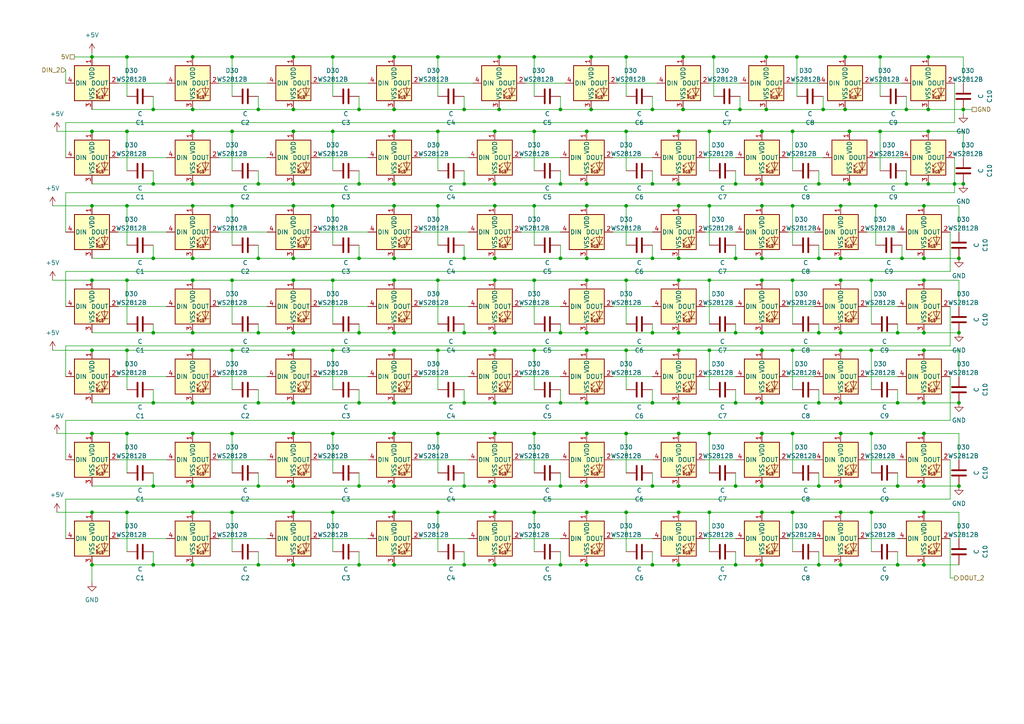
<source format=kicad_sch>
(kicad_sch (version 20230121) (generator eeschema)
  (paper "A4")
  (junction (at 85.09 31.75))
  (junction (at 55.88 74.93))
  (junction (at 170.18 125.73))
  (junction (at 267.97 59.69))
  (junction (at 67.31 38.1))
  (junction (at 162.56 163.83))
  (junction (at 170.18 163.83))
  (junction (at 220.98 125.73))
  (junction (at 170.18 81.28))
  (junction (at 44.45 96.52))
  (junction (at 74.93 96.52))
  (junction (at 170.18 101.6))
  (junction (at 237.49 140.97))
  (junction (at 243.84 101.6))
  (junction (at 229.87 59.69))
  (junction (at 114.3 148.59))
  (junction (at 96.52 16.51))
  (junction (at 96.52 125.73))
  (junction (at 261.62 74.93))
  (junction (at 207.01 16.51))
  (junction (at 189.23 116.84))
  (junction (at 276.86 53.34))
  (junction (at 143.51 74.93))
  (junction (at 67.31 125.73))
  (junction (at 246.38 38.1))
  (junction (at 104.14 116.84))
  (junction (at 238.76 31.75))
  (junction (at 252.73 125.73))
  (junction (at 220.98 53.34))
  (junction (at 143.51 38.1))
  (junction (at 243.84 96.52))
  (junction (at 55.88 148.59))
  (junction (at 213.36 96.52))
  (junction (at 252.73 148.59))
  (junction (at 127 59.69))
  (junction (at 189.23 140.97))
  (junction (at 279.4 53.34))
  (junction (at 67.31 16.51))
  (junction (at 26.67 163.83))
  (junction (at 252.73 101.6))
  (junction (at 237.49 163.83))
  (junction (at 134.62 140.97))
  (junction (at 114.3 125.73))
  (junction (at 196.85 59.69))
  (junction (at 44.45 31.75))
  (junction (at 269.24 53.34))
  (junction (at 196.85 163.83))
  (junction (at 278.13 116.84))
  (junction (at 85.09 59.69))
  (junction (at 205.74 148.59))
  (junction (at 134.62 116.84))
  (junction (at 196.85 148.59))
  (junction (at 26.67 59.69))
  (junction (at 162.56 74.93))
  (junction (at 162.56 31.75))
  (junction (at 67.31 59.69))
  (junction (at 245.11 31.75))
  (junction (at 114.3 53.34))
  (junction (at 143.51 148.59))
  (junction (at 74.93 53.34))
  (junction (at 267.97 101.6))
  (junction (at 243.84 116.84))
  (junction (at 134.62 53.34))
  (junction (at 220.98 81.28))
  (junction (at 243.84 74.93))
  (junction (at 220.98 148.59))
  (junction (at 96.52 38.1))
  (junction (at 74.93 116.84))
  (junction (at 229.87 101.6))
  (junction (at 114.3 163.83))
  (junction (at 67.31 148.59))
  (junction (at 231.14 16.51))
  (junction (at 243.84 59.69))
  (junction (at 55.88 59.69))
  (junction (at 26.67 81.28))
  (junction (at 85.09 74.93))
  (junction (at 260.35 96.52))
  (junction (at 205.74 125.73))
  (junction (at 36.83 81.28))
  (junction (at 196.85 140.97))
  (junction (at 55.88 163.83))
  (junction (at 154.94 38.1))
  (junction (at 237.49 96.52))
  (junction (at 254 59.69))
  (junction (at 260.35 116.84))
  (junction (at 104.14 31.75))
  (junction (at 36.83 59.69))
  (junction (at 55.88 81.28))
  (junction (at 222.25 16.51))
  (junction (at 85.09 53.34))
  (junction (at 85.09 38.1))
  (junction (at 213.36 140.97))
  (junction (at 85.09 101.6))
  (junction (at 26.67 16.51))
  (junction (at 222.25 31.75))
  (junction (at 269.24 16.51))
  (junction (at 170.18 116.84))
  (junction (at 144.78 31.75))
  (junction (at 85.09 148.59))
  (junction (at 44.45 140.97))
  (junction (at 26.67 101.6))
  (junction (at 55.88 38.1))
  (junction (at 278.13 96.52))
  (junction (at 96.52 59.69))
  (junction (at 127 81.28))
  (junction (at 220.98 116.84))
  (junction (at 114.3 59.69))
  (junction (at 213.36 163.83))
  (junction (at 114.3 74.93))
  (junction (at 262.89 31.75))
  (junction (at 267.97 96.52))
  (junction (at 196.85 81.28))
  (junction (at 67.31 81.28))
  (junction (at 170.18 148.59))
  (junction (at 213.36 116.84))
  (junction (at 143.51 59.69))
  (junction (at 36.83 125.73))
  (junction (at 246.38 53.34))
  (junction (at 154.94 125.73))
  (junction (at 114.3 116.84))
  (junction (at 196.85 101.6))
  (junction (at 114.3 81.28))
  (junction (at 279.4 31.75))
  (junction (at 205.74 81.28))
  (junction (at 143.51 163.83))
  (junction (at 196.85 96.52))
  (junction (at 229.87 81.28))
  (junction (at 181.61 101.6))
  (junction (at 220.98 96.52))
  (junction (at 278.13 140.97))
  (junction (at 104.14 96.52))
  (junction (at 154.94 101.6))
  (junction (at 74.93 140.97))
  (junction (at 154.94 16.51))
  (junction (at 189.23 31.75))
  (junction (at 278.13 74.93))
  (junction (at 181.61 16.51))
  (junction (at 205.74 38.1))
  (junction (at 143.51 116.84))
  (junction (at 74.93 163.83))
  (junction (at 104.14 163.83))
  (junction (at 237.49 53.34))
  (junction (at 243.84 125.73))
  (junction (at 162.56 96.52))
  (junction (at 55.88 31.75))
  (junction (at 67.31 101.6))
  (junction (at 267.97 74.93))
  (junction (at 143.51 125.73))
  (junction (at 237.49 116.84))
  (junction (at 55.88 101.6))
  (junction (at 104.14 74.93))
  (junction (at 85.09 16.51))
  (junction (at 44.45 74.93))
  (junction (at 220.98 74.93))
  (junction (at 114.3 140.97))
  (junction (at 85.09 163.83))
  (junction (at 114.3 16.51))
  (junction (at 85.09 96.52))
  (junction (at 255.27 16.51))
  (junction (at 143.51 96.52))
  (junction (at 229.87 148.59))
  (junction (at 162.56 116.84))
  (junction (at 181.61 38.1))
  (junction (at 245.11 16.51))
  (junction (at 229.87 38.1))
  (junction (at 220.98 101.6))
  (junction (at 36.83 148.59))
  (junction (at 114.3 101.6))
  (junction (at 154.94 81.28))
  (junction (at 243.84 148.59))
  (junction (at 170.18 140.97))
  (junction (at 26.67 38.1))
  (junction (at 114.3 96.52))
  (junction (at 269.24 31.75))
  (junction (at 220.98 38.1))
  (junction (at 85.09 140.97))
  (junction (at 55.88 96.52))
  (junction (at 205.74 59.69))
  (junction (at 269.24 38.1))
  (junction (at 143.51 101.6))
  (junction (at 181.61 81.28))
  (junction (at 170.18 59.69))
  (junction (at 127 16.51))
  (junction (at 96.52 101.6))
  (junction (at 189.23 74.93))
  (junction (at 104.14 140.97))
  (junction (at 267.97 81.28))
  (junction (at 85.09 125.73))
  (junction (at 220.98 163.83))
  (junction (at 134.62 31.75))
  (junction (at 96.52 81.28))
  (junction (at 196.85 74.93))
  (junction (at 181.61 59.69))
  (junction (at 196.85 53.34))
  (junction (at 127 38.1))
  (junction (at 154.94 59.69))
  (junction (at 44.45 163.83))
  (junction (at 170.18 38.1))
  (junction (at 229.87 125.73))
  (junction (at 55.88 16.51))
  (junction (at 55.88 116.84))
  (junction (at 36.83 38.1))
  (junction (at 26.67 125.73))
  (junction (at 127 148.59))
  (junction (at 96.52 148.59))
  (junction (at 243.84 163.83))
  (junction (at 198.12 31.75))
  (junction (at 214.63 31.75))
  (junction (at 74.93 74.93))
  (junction (at 260.35 163.83))
  (junction (at 196.85 116.84))
  (junction (at 220.98 140.97))
  (junction (at 55.88 53.34))
  (junction (at 220.98 59.69))
  (junction (at 162.56 140.97))
  (junction (at 44.45 53.34))
  (junction (at 143.51 140.97))
  (junction (at 85.09 81.28))
  (junction (at 243.84 140.97))
  (junction (at 267.97 140.97))
  (junction (at 134.62 96.52))
  (junction (at 143.51 81.28))
  (junction (at 189.23 53.34))
  (junction (at 114.3 38.1))
  (junction (at 162.56 53.34))
  (junction (at 267.97 116.84))
  (junction (at 255.27 38.1))
  (junction (at 189.23 96.52))
  (junction (at 243.84 81.28))
  (junction (at 189.23 163.83))
  (junction (at 196.85 38.1))
  (junction (at 36.83 101.6))
  (junction (at 171.45 31.75))
  (junction (at 85.09 116.84))
  (junction (at 262.89 53.34))
  (junction (at 74.93 31.75))
  (junction (at 127 101.6))
  (junction (at 144.78 16.51))
  (junction (at 55.88 140.97))
  (junction (at 198.12 16.51))
  (junction (at 134.62 163.83))
  (junction (at 237.49 74.93))
  (junction (at 170.18 74.93))
  (junction (at 267.97 125.73))
  (junction (at 127 125.73))
  (junction (at 213.36 74.93))
  (junction (at 260.35 140.97))
  (junction (at 154.94 148.59))
  (junction (at 267.97 148.59))
  (junction (at 252.73 81.28))
  (junction (at 143.51 53.34))
  (junction (at 196.85 125.73))
  (junction (at 181.61 148.59))
  (junction (at 44.45 116.84))
  (junction (at 267.97 163.83))
  (junction (at 55.88 125.73))
  (junction (at 181.61 125.73))
  (junction (at 134.62 74.93))
  (junction (at 213.36 53.34))
  (junction (at 104.14 53.34))
  (junction (at 205.74 101.6))
  (junction (at 170.18 53.34))
  (junction (at 170.18 96.52))
  (junction (at 36.83 16.51))
  (junction (at 114.3 31.75))
  (junction (at 171.45 16.51))
  (junction (at 26.67 148.59))
  (wire (pts (xy 34.29 67.31) (xy 48.26 67.31)))
  (wire (pts (xy 181.61 113.03) (xy 181.61 101.6)))
  (wire (pts (xy 251.46 109.22) (xy 260.35 109.22)))
  (wire (pts (xy 74.93 160.02) (xy 74.93 163.83)))
  (wire (pts (xy 104.14 160.02) (xy 104.14 163.83)))
  (wire (pts (xy 55.88 163.83) (xy 74.93 163.83)))
  (wire (pts (xy 237.49 163.83) (xy 243.84 163.83)))
  (wire (pts (xy 170.18 148.59) (xy 181.61 148.59)))
  (wire (pts (xy 26.67 148.59) (xy 36.83 148.59)))
  (wire (pts (xy 220.98 96.52) (xy 237.49 96.52)))
  (wire (pts (xy 55.88 140.97) (xy 74.93 140.97)))
  (wire (pts (xy 276.86 53.34) (xy 279.4 53.34)))
  (wire (pts (xy 134.62 160.02) (xy 134.62 163.83)))
  (wire (pts (xy 189.23 93.98) (xy 189.23 96.52)))
  (wire (pts (xy 19.05 78.74) (xy 19.05 88.9)))
  (wire (pts (xy 220.98 116.84) (xy 237.49 116.84)))
  (wire (pts (xy 269.24 31.75) (xy 279.4 31.75)))
  (wire (pts (xy 252.73 81.28) (xy 267.97 81.28)))
  (wire (pts (xy 162.56 137.16) (xy 162.56 140.97)))
  (wire (pts (xy 63.5 133.35) (xy 77.47 133.35)))
  (wire (pts (xy 204.47 45.72) (xy 213.36 45.72)))
  (wire (pts (xy 74.93 140.97) (xy 85.09 140.97)))
  (wire (pts (xy 170.18 59.69) (xy 181.61 59.69)))
  (wire (pts (xy 220.98 163.83) (xy 237.49 163.83)))
  (wire (pts (xy 121.92 109.22) (xy 135.89 109.22)))
  (wire (pts (xy 237.49 113.03) (xy 237.49 116.84)))
  (wire (pts (xy 251.46 67.31) (xy 260.35 67.31)))
  (wire (pts (xy 85.09 163.83) (xy 104.14 163.83)))
  (wire (pts (xy 44.45 53.34) (xy 55.88 53.34)))
  (wire (pts (xy 26.67 53.34) (xy 44.45 53.34)))
  (wire (pts (xy 252.73 93.98) (xy 252.73 81.28)))
  (wire (pts (xy 143.51 59.69) (xy 154.94 59.69)))
  (wire (pts (xy 114.3 38.1) (xy 127 38.1)))
  (wire (pts (xy 15.24 101.6) (xy 26.67 101.6)))
  (wire (pts (xy 214.63 27.94) (xy 214.63 31.75)))
  (wire (pts (xy 63.5 88.9) (xy 77.47 88.9)))
  (wire (pts (xy 204.47 109.22) (xy 213.36 109.22)))
  (wire (pts (xy 181.61 59.69) (xy 196.85 59.69)))
  (wire (pts (xy 275.59 167.64) (xy 275.59 156.21)))
  (wire (pts (xy 144.78 16.51) (xy 154.94 16.51)))
  (wire (pts (xy 276.86 45.72) (xy 276.86 53.34)))
  (wire (pts (xy 92.71 24.13) (xy 106.68 24.13)))
  (wire (pts (xy 127 160.02) (xy 127 148.59)))
  (wire (pts (xy 181.61 125.73) (xy 181.61 137.16)))
  (wire (pts (xy 177.8 156.21) (xy 189.23 156.21)))
  (wire (pts (xy 104.14 49.53) (xy 104.14 53.34)))
  (wire (pts (xy 162.56 49.53) (xy 162.56 53.34)))
  (wire (pts (xy 143.51 163.83) (xy 162.56 163.83)))
  (wire (pts (xy 278.13 101.6) (xy 267.97 101.6)))
  (wire (pts (xy 189.23 137.16) (xy 189.23 140.97)))
  (wire (pts (xy 278.13 156.21) (xy 278.13 148.59)))
  (wire (pts (xy 114.3 31.75) (xy 134.62 31.75)))
  (wire (pts (xy 196.85 148.59) (xy 205.74 148.59)))
  (wire (pts (xy 170.18 101.6) (xy 181.61 101.6)))
  (wire (pts (xy 127 93.98) (xy 127 81.28)))
  (wire (pts (xy 237.49 96.52) (xy 243.84 96.52)))
  (wire (pts (xy 196.85 125.73) (xy 205.74 125.73)))
  (wire (pts (xy 55.88 16.51) (xy 67.31 16.51)))
  (wire (pts (xy 222.25 16.51) (xy 231.14 16.51)))
  (wire (pts (xy 63.5 67.31) (xy 77.47 67.31)))
  (wire (pts (xy 92.71 156.21) (xy 106.68 156.21)))
  (wire (pts (xy 96.52 59.69) (xy 114.3 59.69)))
  (wire (pts (xy 26.67 59.69) (xy 36.83 59.69)))
  (wire (pts (xy 144.78 31.75) (xy 162.56 31.75)))
  (wire (pts (xy 34.29 24.13) (xy 48.26 24.13)))
  (wire (pts (xy 251.46 133.35) (xy 260.35 133.35)))
  (wire (pts (xy 96.52 125.73) (xy 114.3 125.73)))
  (wire (pts (xy 121.92 24.13) (xy 137.16 24.13)))
  (wire (pts (xy 67.31 16.51) (xy 85.09 16.51)))
  (wire (pts (xy 207.01 16.51) (xy 207.01 27.94)))
  (wire (pts (xy 189.23 31.75) (xy 198.12 31.75)))
  (wire (pts (xy 34.29 109.22) (xy 48.26 109.22)))
  (wire (pts (xy 243.84 101.6) (xy 252.73 101.6)))
  (wire (pts (xy 104.14 163.83) (xy 114.3 163.83)))
  (wire (pts (xy 74.93 74.93) (xy 85.09 74.93)))
  (wire (pts (xy 243.84 148.59) (xy 252.73 148.59)))
  (wire (pts (xy 252.73 24.13) (xy 261.62 24.13)))
  (wire (pts (xy 55.88 81.28) (xy 67.31 81.28)))
  (wire (pts (xy 143.51 74.93) (xy 162.56 74.93)))
  (wire (pts (xy 205.74 148.59) (xy 220.98 148.59)))
  (wire (pts (xy 267.97 163.83) (xy 278.13 163.83)))
  (wire (pts (xy 229.87 101.6) (xy 243.84 101.6)))
  (wire (pts (xy 104.14 137.16) (xy 104.14 140.97)))
  (wire (pts (xy 162.56 116.84) (xy 170.18 116.84)))
  (wire (pts (xy 85.09 140.97) (xy 104.14 140.97)))
  (wire (pts (xy 181.61 125.73) (xy 196.85 125.73)))
  (wire (pts (xy 74.93 53.34) (xy 85.09 53.34)))
  (wire (pts (xy 228.6 156.21) (xy 236.22 156.21)))
  (wire (pts (xy 260.35 137.16) (xy 260.35 140.97)))
  (wire (pts (xy 260.35 163.83) (xy 267.97 163.83)))
  (wire (pts (xy 154.94 38.1) (xy 143.51 38.1)))
  (wire (pts (xy 228.6 109.22) (xy 236.22 109.22)))
  (wire (pts (xy 96.52 38.1) (xy 96.52 49.53)))
  (wire (pts (xy 220.98 59.69) (xy 229.87 59.69)))
  (wire (pts (xy 74.93 96.52) (xy 85.09 96.52)))
  (wire (pts (xy 74.93 137.16) (xy 74.93 140.97)))
  (wire (pts (xy 162.56 140.97) (xy 170.18 140.97)))
  (wire (pts (xy 26.67 74.93) (xy 44.45 74.93)))
  (wire (pts (xy 67.31 101.6) (xy 85.09 101.6)))
  (wire (pts (xy 127 113.03) (xy 127 101.6)))
  (wire (pts (xy 67.31 137.16) (xy 67.31 125.73)))
  (wire (pts (xy 205.74 101.6) (xy 205.74 113.03)))
  (wire (pts (xy 262.89 53.34) (xy 269.24 53.34)))
  (wire (pts (xy 67.31 71.12) (xy 67.31 59.69)))
  (wire (pts (xy 154.94 148.59) (xy 170.18 148.59)))
  (wire (pts (xy 276.86 53.34) (xy 276.86 55.88)))
  (wire (pts (xy 85.09 59.69) (xy 96.52 59.69)))
  (wire (pts (xy 170.18 38.1) (xy 181.61 38.1)))
  (wire (pts (xy 189.23 160.02) (xy 189.23 163.83)))
  (wire (pts (xy 229.87 148.59) (xy 243.84 148.59)))
  (wire (pts (xy 92.71 109.22) (xy 106.68 109.22)))
  (wire (pts (xy 121.92 156.21) (xy 135.89 156.21)))
  (wire (pts (xy 196.85 140.97) (xy 213.36 140.97)))
  (wire (pts (xy 261.62 74.93) (xy 267.97 74.93)))
  (wire (pts (xy 171.45 31.75) (xy 189.23 31.75)))
  (wire (pts (xy 181.61 160.02) (xy 181.61 148.59)))
  (wire (pts (xy 181.61 148.59) (xy 196.85 148.59)))
  (wire (pts (xy 67.31 93.98) (xy 67.31 81.28)))
  (wire (pts (xy 238.76 31.75) (xy 245.11 31.75)))
  (wire (pts (xy 229.87 81.28) (xy 229.87 93.98)))
  (wire (pts (xy 228.6 45.72) (xy 238.76 45.72)))
  (wire (pts (xy 278.13 88.9) (xy 278.13 81.28)))
  (wire (pts (xy 154.94 125.73) (xy 170.18 125.73)))
  (wire (pts (xy 74.93 71.12) (xy 74.93 74.93)))
  (wire (pts (xy 134.62 137.16) (xy 134.62 140.97)))
  (wire (pts (xy 220.98 148.59) (xy 229.87 148.59)))
  (wire (pts (xy 74.93 31.75) (xy 85.09 31.75)))
  (wire (pts (xy 205.74 81.28) (xy 205.74 93.98)))
  (wire (pts (xy 189.23 71.12) (xy 189.23 74.93)))
  (wire (pts (xy 154.94 71.12) (xy 154.94 59.69)))
  (wire (pts (xy 127 59.69) (xy 143.51 59.69)))
  (wire (pts (xy 63.5 156.21) (xy 77.47 156.21)))
  (wire (pts (xy 154.94 101.6) (xy 170.18 101.6)))
  (wire (pts (xy 276.86 24.13) (xy 276.86 35.56)))
  (wire (pts (xy 279.4 16.51) (xy 269.24 16.51)))
  (wire (pts (xy 152.4 24.13) (xy 163.83 24.13)))
  (wire (pts (xy 260.35 96.52) (xy 267.97 96.52)))
  (wire (pts (xy 278.13 109.22) (xy 278.13 101.6)))
  (wire (pts (xy 26.67 163.83) (xy 44.45 163.83)))
  (wire (pts (xy 127 59.69) (xy 127 71.12)))
  (wire (pts (xy 134.62 49.53) (xy 134.62 53.34)))
  (wire (pts (xy 114.3 125.73) (xy 127 125.73)))
  (wire (pts (xy 36.83 148.59) (xy 36.83 160.02)))
  (wire (pts (xy 19.05 20.32) (xy 19.05 24.13)))
  (wire (pts (xy 275.59 88.9) (xy 275.59 100.33)))
  (wire (pts (xy 220.98 125.73) (xy 229.87 125.73)))
  (wire (pts (xy 170.18 116.84) (xy 189.23 116.84)))
  (wire (pts (xy 196.85 163.83) (xy 213.36 163.83)))
  (wire (pts (xy 134.62 53.34) (xy 143.51 53.34)))
  (wire (pts (xy 278.13 81.28) (xy 267.97 81.28)))
  (wire (pts (xy 36.83 113.03) (xy 36.83 101.6)))
  (wire (pts (xy 198.12 16.51) (xy 207.01 16.51)))
  (wire (pts (xy 198.12 31.75) (xy 214.63 31.75)))
  (wire (pts (xy 229.87 125.73) (xy 243.84 125.73)))
  (wire (pts (xy 67.31 16.51) (xy 67.31 27.94)))
  (wire (pts (xy 276.86 167.64) (xy 275.59 167.64)))
  (wire (pts (xy 96.52 16.51) (xy 114.3 16.51)))
  (wire (pts (xy 278.13 67.31) (xy 278.13 59.69)))
  (wire (pts (xy 204.47 88.9) (xy 213.36 88.9)))
  (wire (pts (xy 162.56 160.02) (xy 162.56 163.83)))
  (wire (pts (xy 243.84 116.84) (xy 260.35 116.84)))
  (wire (pts (xy 34.29 156.21) (xy 48.26 156.21)))
  (wire (pts (xy 154.94 16.51) (xy 154.94 27.94)))
  (wire (pts (xy 96.52 38.1) (xy 85.09 38.1)))
  (wire (pts (xy 237.49 93.98) (xy 237.49 96.52)))
  (wire (pts (xy 26.67 168.91) (xy 26.67 163.83)))
  (wire (pts (xy 21.59 16.51) (xy 26.67 16.51)))
  (wire (pts (xy 260.35 160.02) (xy 260.35 163.83)))
  (wire (pts (xy 267.97 74.93) (xy 278.13 74.93)))
  (wire (pts (xy 114.3 140.97) (xy 134.62 140.97)))
  (wire (pts (xy 67.31 125.73) (xy 85.09 125.73)))
  (wire (pts (xy 251.46 88.9) (xy 260.35 88.9)))
  (wire (pts (xy 162.56 113.03) (xy 162.56 116.84)))
  (wire (pts (xy 19.05 144.78) (xy 19.05 156.21)))
  (wire (pts (xy 260.35 140.97) (xy 267.97 140.97)))
  (wire (pts (xy 134.62 116.84) (xy 143.51 116.84)))
  (wire (pts (xy 177.8 45.72) (xy 189.23 45.72)))
  (wire (pts (xy 181.61 38.1) (xy 196.85 38.1)))
  (wire (pts (xy 196.85 53.34) (xy 213.36 53.34)))
  (wire (pts (xy 205.74 38.1) (xy 205.74 49.53)))
  (wire (pts (xy 104.14 116.84) (xy 114.3 116.84)))
  (wire (pts (xy 16.51 148.59) (xy 26.67 148.59)))
  (wire (pts (xy 134.62 113.03) (xy 134.62 116.84)))
  (wire (pts (xy 189.23 74.93) (xy 196.85 74.93)))
  (wire (pts (xy 252.73 125.73) (xy 252.73 137.16)))
  (wire (pts (xy 213.36 160.02) (xy 213.36 163.83)))
  (wire (pts (xy 26.67 31.75) (xy 44.45 31.75)))
  (wire (pts (xy 229.87 160.02) (xy 229.87 148.59)))
  (wire (pts (xy 229.87 125.73) (xy 229.87 137.16)))
  (wire (pts (xy 222.25 31.75) (xy 238.76 31.75)))
  (wire (pts (xy 189.23 96.52) (xy 196.85 96.52)))
  (wire (pts (xy 213.36 71.12) (xy 213.36 74.93)))
  (wire (pts (xy 196.85 101.6) (xy 205.74 101.6)))
  (wire (pts (xy 19.05 100.33) (xy 19.05 109.22)))
  (wire (pts (xy 143.51 116.84) (xy 162.56 116.84)))
  (wire (pts (xy 204.47 67.31) (xy 213.36 67.31)))
  (wire (pts (xy 162.56 93.98) (xy 162.56 96.52)))
  (wire (pts (xy 55.88 31.75) (xy 74.93 31.75)))
  (wire (pts (xy 267.97 96.52) (xy 278.13 96.52)))
  (wire (pts (xy 134.62 74.93) (xy 143.51 74.93)))
  (wire (pts (xy 228.6 133.35) (xy 236.22 133.35)))
  (wire (pts (xy 67.31 148.59) (xy 67.31 160.02)))
  (wire (pts (xy 170.18 163.83) (xy 189.23 163.83)))
  (wire (pts (xy 255.27 38.1) (xy 269.24 38.1)))
  (wire (pts (xy 205.74 81.28) (xy 220.98 81.28)))
  (wire (pts (xy 275.59 121.92) (xy 19.05 121.92)))
  (wire (pts (xy 85.09 96.52) (xy 104.14 96.52)))
  (wire (pts (xy 243.84 81.28) (xy 252.73 81.28)))
  (wire (pts (xy 189.23 163.83) (xy 196.85 163.83)))
  (wire (pts (xy 74.93 113.03) (xy 74.93 116.84)))
  (wire (pts (xy 96.52 101.6) (xy 114.3 101.6)))
  (wire (pts (xy 44.45 116.84) (xy 55.88 116.84)))
  (wire (pts (xy 154.94 160.02) (xy 154.94 148.59)))
  (wire (pts (xy 245.11 31.75) (xy 262.89 31.75)))
  (wire (pts (xy 205.74 137.16) (xy 205.74 125.73)))
  (wire (pts (xy 104.14 93.98) (xy 104.14 96.52)))
  (wire (pts (xy 220.98 53.34) (xy 237.49 53.34)))
  (wire (pts (xy 85.09 116.84) (xy 104.14 116.84)))
  (wire (pts (xy 36.83 71.12) (xy 36.83 59.69)))
  (wire (pts (xy 16.51 125.73) (xy 26.67 125.73)))
  (wire (pts (xy 85.09 31.75) (xy 104.14 31.75)))
  (wire (pts (xy 275.59 100.33) (xy 19.05 100.33)))
  (wire (pts (xy 214.63 31.75) (xy 222.25 31.75)))
  (wire (pts (xy 36.83 16.51) (xy 55.88 16.51)))
  (wire (pts (xy 67.31 101.6) (xy 67.31 113.03)))
  (wire (pts (xy 92.71 88.9) (xy 106.68 88.9)))
  (wire (pts (xy 67.31 148.59) (xy 85.09 148.59)))
  (wire (pts (xy 162.56 96.52) (xy 170.18 96.52)))
  (wire (pts (xy 228.6 88.9) (xy 236.22 88.9)))
  (wire (pts (xy 275.59 78.74) (xy 19.05 78.74)))
  (wire (pts (xy 237.49 140.97) (xy 243.84 140.97)))
  (wire (pts (xy 170.18 96.52) (xy 189.23 96.52)))
  (wire (pts (xy 114.3 148.59) (xy 127 148.59)))
  (wire (pts (xy 55.88 53.34) (xy 74.93 53.34)))
  (wire (pts (xy 85.09 74.93) (xy 104.14 74.93)))
  (wire (pts (xy 114.3 101.6) (xy 127 101.6)))
  (wire (pts (xy 15.24 59.69) (xy 26.67 59.69)))
  (wire (pts (xy 92.71 67.31) (xy 106.68 67.31)))
  (wire (pts (xy 134.62 93.98) (xy 134.62 96.52)))
  (wire (pts (xy 162.56 74.93) (xy 170.18 74.93)))
  (wire (pts (xy 44.45 96.52) (xy 55.88 96.52)))
  (wire (pts (xy 44.45 137.16) (xy 44.45 140.97)))
  (wire (pts (xy 26.67 140.97) (xy 44.45 140.97)))
  (wire (pts (xy 238.76 27.94) (xy 238.76 31.75)))
  (wire (pts (xy 19.05 55.88) (xy 19.05 67.31)))
  (wire (pts (xy 177.8 88.9) (xy 189.23 88.9)))
  (wire (pts (xy 63.5 24.13) (xy 77.47 24.13)))
  (wire (pts (xy 36.83 38.1) (xy 36.83 49.53)))
  (wire (pts (xy 36.83 38.1) (xy 26.67 38.1)))
  (wire (pts (xy 44.45 113.03) (xy 44.45 116.84)))
  (wire (pts (xy 213.36 116.84) (xy 220.98 116.84)))
  (wire (pts (xy 260.35 116.84) (xy 267.97 116.84)))
  (wire (pts (xy 181.61 101.6) (xy 196.85 101.6)))
  (wire (pts (xy 252.73 148.59) (xy 252.73 160.02)))
  (wire (pts (xy 213.36 49.53) (xy 213.36 53.34)))
  (wire (pts (xy 220.98 101.6) (xy 229.87 101.6)))
  (wire (pts (xy 114.3 163.83) (xy 134.62 163.83)))
  (wire (pts (xy 275.59 67.31) (xy 275.59 78.74)))
  (wire (pts (xy 36.83 59.69) (xy 55.88 59.69)))
  (wire (pts (xy 85.09 101.6) (xy 96.52 101.6)))
  (wire (pts (xy 127 81.28) (xy 143.51 81.28)))
  (wire (pts (xy 213.36 140.97) (xy 220.98 140.97)))
  (wire (pts (xy 275.59 144.78) (xy 19.05 144.78)))
  (wire (pts (xy 143.51 140.97) (xy 162.56 140.97)))
  (wire (pts (xy 196.85 59.69) (xy 205.74 59.69)))
  (wire (pts (xy 243.84 125.73) (xy 252.73 125.73)))
  (wire (pts (xy 127 38.1) (xy 143.51 38.1)))
  (wire (pts (xy 245.11 16.51) (xy 255.27 16.51)))
  (wire (pts (xy 134.62 140.97) (xy 143.51 140.97)))
  (wire (pts (xy 67.31 38.1) (xy 85.09 38.1)))
  (wire (pts (xy 134.62 96.52) (xy 143.51 96.52)))
  (wire (pts (xy 220.98 74.93) (xy 237.49 74.93)))
  (wire (pts (xy 196.85 96.52) (xy 213.36 96.52)))
  (wire (pts (xy 127 125.73) (xy 127 137.16)))
  (wire (pts (xy 205.74 24.13) (xy 214.63 24.13)))
  (wire (pts (xy 55.88 38.1) (xy 36.83 38.1)))
  (wire (pts (xy 204.47 133.35) (xy 213.36 133.35)))
  (wire (pts (xy 143.51 148.59) (xy 154.94 148.59)))
  (wire (pts (xy 231.14 16.51) (xy 245.11 16.51)))
  (wire (pts (xy 189.23 116.84) (xy 196.85 116.84)))
  (wire (pts (xy 143.51 81.28) (xy 154.94 81.28)))
  (wire (pts (xy 213.36 137.16) (xy 213.36 140.97)))
  (wire (pts (xy 44.45 27.94) (xy 44.45 31.75)))
  (wire (pts (xy 181.61 71.12) (xy 181.61 59.69)))
  (wire (pts (xy 252.73 148.59) (xy 267.97 148.59)))
  (wire (pts (xy 55.88 74.93) (xy 74.93 74.93)))
  (wire (pts (xy 170.18 140.97) (xy 189.23 140.97)))
  (wire (pts (xy 213.36 96.52) (xy 220.98 96.52)))
  (wire (pts (xy 127 49.53) (xy 127 38.1)))
  (wire (pts (xy 44.45 49.53) (xy 44.45 53.34)))
  (wire (pts (xy 143.51 53.34) (xy 162.56 53.34)))
  (wire (pts (xy 279.4 33.02) (xy 279.4 31.75)))
  (wire (pts (xy 162.56 31.75) (xy 171.45 31.75)))
  (wire (pts (xy 104.14 113.03) (xy 104.14 116.84)))
  (wire (pts (xy 127 148.59) (xy 143.51 148.59)))
  (wire (pts (xy 121.92 45.72) (xy 135.89 45.72)))
  (wire (pts (xy 104.14 74.93) (xy 114.3 74.93)))
  (wire (pts (xy 154.94 113.03) (xy 154.94 101.6)))
  (wire (pts (xy 279.4 38.1) (xy 269.24 38.1)))
  (wire (pts (xy 36.83 16.51) (xy 36.83 27.94)))
  (wire (pts (xy 114.3 96.52) (xy 134.62 96.52)))
  (wire (pts (xy 251.46 156.21) (xy 260.35 156.21)))
  (wire (pts (xy 231.14 16.51) (xy 231.14 27.94)))
  (wire (pts (xy 254 59.69) (xy 267.97 59.69)))
  (wire (pts (xy 26.67 116.84) (xy 44.45 116.84)))
  (wire (pts (xy 85.09 16.51) (xy 96.52 16.51)))
  (wire (pts (xy 162.56 53.34) (xy 170.18 53.34)))
  (wire (pts (xy 127 16.51) (xy 127 27.94)))
  (wire (pts (xy 55.88 38.1) (xy 67.31 38.1)))
  (wire (pts (xy 55.88 116.84) (xy 74.93 116.84)))
  (wire (pts (xy 237.49 49.53) (xy 237.49 53.34)))
  (wire (pts (xy 26.67 125.73) (xy 36.83 125.73)))
  (wire (pts (xy 237.49 137.16) (xy 237.49 140.97)))
  (wire (pts (xy 36.83 93.98) (xy 36.83 81.28)))
  (wire (pts (xy 85.09 148.59) (xy 96.52 148.59)))
  (wire (pts (xy 177.8 109.22) (xy 189.23 109.22)))
  (wire (pts (xy 154.94 125.73) (xy 154.94 137.16)))
  (wire (pts (xy 170.18 81.28) (xy 181.61 81.28)))
  (wire (pts (xy 205.74 101.6) (xy 220.98 101.6)))
  (wire (pts (xy 104.14 96.52) (xy 114.3 96.52)))
  (wire (pts (xy 114.3 81.28) (xy 127 81.28)))
  (wire (pts (xy 44.45 93.98) (xy 44.45 96.52)))
  (wire (pts (xy 143.51 101.6) (xy 154.94 101.6)))
  (wire (pts (xy 74.93 163.83) (xy 85.09 163.83)))
  (wire (pts (xy 151.13 133.35) (xy 162.56 133.35)))
  (wire (pts (xy 44.45 140.97) (xy 55.88 140.97)))
  (wire (pts (xy 261.62 71.12) (xy 261.62 74.93)))
  (wire (pts (xy 26.67 81.28) (xy 36.83 81.28)))
  (wire (pts (xy 143.51 125.73) (xy 154.94 125.73)))
  (wire (pts (xy 252.73 101.6) (xy 252.73 113.03)))
  (wire (pts (xy 213.36 113.03) (xy 213.36 116.84)))
  (wire (pts (xy 179.07 24.13) (xy 190.5 24.13)))
  (wire (pts (xy 229.87 49.53) (xy 229.87 38.1)))
  (wire (pts (xy 237.49 116.84) (xy 243.84 116.84)))
  (wire (pts (xy 134.62 163.83) (xy 143.51 163.83)))
  (wire (pts (xy 36.83 81.28) (xy 55.88 81.28)))
  (wire (pts (xy 220.98 38.1) (xy 229.87 38.1)))
  (wire (pts (xy 26.67 38.1) (xy 26.67 39.37)))
  (wire (pts (xy 55.88 96.52) (xy 74.93 96.52)))
  (wire (pts (xy 237.49 53.34) (xy 246.38 53.34)))
  (wire (pts (xy 96.52 59.69) (xy 96.52 71.12)))
  (wire (pts (xy 63.5 109.22) (xy 77.47 109.22)))
  (wire (pts (xy 254 59.69) (xy 254 71.12)))
  (wire (pts (xy 127 16.51) (xy 144.78 16.51)))
  (wire (pts (xy 170.18 125.73) (xy 181.61 125.73)))
  (wire (pts (xy 205.74 59.69) (xy 220.98 59.69)))
  (wire (pts (xy 255.27 49.53) (xy 255.27 38.1)))
  (wire (pts (xy 151.13 88.9) (xy 162.56 88.9)))
  (wire (pts (xy 275.59 133.35) (xy 275.59 144.78)))
  (wire (pts (xy 162.56 27.94) (xy 162.56 31.75)))
  (wire (pts (xy 44.45 160.02) (xy 44.45 163.83)))
  (wire (pts (xy 96.52 81.28) (xy 96.52 93.98)))
  (wire (pts (xy 229.87 101.6) (xy 229.87 113.03)))
  (wire (pts (xy 254 45.72) (xy 261.62 45.72)))
  (wire (pts (xy 151.13 109.22) (xy 162.56 109.22)))
  (wire (pts (xy 67.31 81.28) (xy 85.09 81.28)))
  (wire (pts (xy 213.36 93.98) (xy 213.36 96.52)))
  (wire (pts (xy 26.67 96.52) (xy 44.45 96.52)))
  (wire (pts (xy 220.98 81.28) (xy 229.87 81.28)))
  (wire (pts (xy 279.4 31.75) (xy 281.94 31.75)))
  (wire (pts (xy 279.4 24.13) (xy 279.4 16.51)))
  (wire (pts (xy 85.09 125.73) (xy 96.52 125.73)))
  (wire (pts (xy 154.94 81.28) (xy 170.18 81.28)))
  (wire (pts (xy 74.93 49.53) (xy 74.93 53.34)))
  (wire (pts (xy 204.47 156.21) (xy 213.36 156.21)))
  (wire (pts (xy 205.74 59.69) (xy 205.74 71.12)))
  (wire (pts (xy 143.51 96.52) (xy 162.56 96.52)))
  (wire (pts (xy 127 101.6) (xy 143.51 101.6)))
  (wire (pts (xy 205.74 148.59) (xy 205.74 160.02)))
  (wire (pts (xy 213.36 53.34) (xy 220.98 53.34)))
  (wire (pts (xy 67.31 49.53) (xy 67.31 38.1)))
  (wire (pts (xy 114.3 16.51) (xy 127 16.51)))
  (wire (pts (xy 34.29 88.9) (xy 48.26 88.9)))
  (wire (pts (xy 154.94 38.1) (xy 154.94 49.53)))
  (wire (pts (xy 34.29 45.72) (xy 48.26 45.72)))
  (wire (pts (xy 114.3 74.93) (xy 134.62 74.93)))
  (wire (pts (xy 229.87 71.12) (xy 229.87 59.69)))
  (wire (pts (xy 170.18 74.93) (xy 189.23 74.93)))
  (wire (pts (xy 85.09 81.28) (xy 96.52 81.28)))
  (wire (pts (xy 267.97 148.59) (xy 278.13 148.59)))
  (wire (pts (xy 74.93 27.94) (xy 74.93 31.75)))
  (wire (pts (xy 220.98 140.97) (xy 237.49 140.97)))
  (wire (pts (xy 252.73 101.6) (xy 267.97 101.6)))
  (wire (pts (xy 121.92 67.31) (xy 135.89 67.31)))
  (wire (pts (xy 154.94 81.28) (xy 154.94 93.98)))
  (wire (pts (xy 243.84 96.52) (xy 260.35 96.52)))
  (wire (pts (xy 278.13 133.35) (xy 278.13 125.73)))
  (wire (pts (xy 181.61 49.53) (xy 181.61 38.1)))
  (wire (pts (xy 114.3 116.84) (xy 134.62 116.84)))
  (wire (pts (xy 55.88 125.73) (xy 67.31 125.73)))
  (wire (pts (xy 229.87 59.69) (xy 243.84 59.69)))
  (wire (pts (xy 92.71 133.35) (xy 106.68 133.35)))
  (wire (pts (xy 16.51 38.1) (xy 26.67 38.1)))
  (wire (pts (xy 189.23 49.53) (xy 189.23 53.34)))
  (wire (pts (xy 207.01 16.51) (xy 222.25 16.51)))
  (wire (pts (xy 162.56 163.83) (xy 170.18 163.83)))
  (wire (pts (xy 196.85 81.28) (xy 205.74 81.28)))
  (wire (pts (xy 104.14 53.34) (xy 114.3 53.34)))
  (wire (pts (xy 36.83 125.73) (xy 36.83 137.16)))
  (wire (pts (xy 121.92 88.9) (xy 135.89 88.9)))
  (wire (pts (xy 96.52 101.6) (xy 96.52 113.03)))
  (wire (pts (xy 276.86 55.88) (xy 19.05 55.88)))
  (wire (pts (xy 196.85 74.93) (xy 213.36 74.93)))
  (wire (pts (xy 96.52 16.51) (xy 96.52 27.94)))
  (wire (pts (xy 36.83 101.6) (xy 55.88 101.6)))
  (wire (pts (xy 134.62 71.12) (xy 134.62 74.93)))
  (wire (pts (xy 278.13 59.69) (xy 267.97 59.69)))
  (wire (pts (xy 237.49 74.93) (xy 243.84 74.93)))
  (wire (pts (xy 104.14 31.75) (xy 114.3 31.75)))
  (wire (pts (xy 154.94 59.69) (xy 170.18 59.69)))
  (wire (pts (xy 278.13 125.73) (xy 267.97 125.73)))
  (wire (pts (xy 269.24 53.34) (xy 276.86 53.34)))
  (wire (pts (xy 170.18 38.1) (xy 154.94 38.1)))
  (wire (pts (xy 252.73 125.73) (xy 267.97 125.73)))
  (wire (pts (xy 104.14 140.97) (xy 114.3 140.97)))
  (wire (pts (xy 26.67 16.51) (xy 36.83 16.51)))
  (wire (pts (xy 104.14 71.12) (xy 104.14 74.93)))
  (wire (pts (xy 114.3 38.1) (xy 96.52 38.1)))
  (wire (pts (xy 260.35 93.98) (xy 260.35 96.52)))
  (wire (pts (xy 243.84 59.69) (xy 254 59.69)))
  (wire (pts (xy 189.23 53.34) (xy 196.85 53.34)))
  (wire (pts (xy 74.93 93.98) (xy 74.93 96.52)))
  (wire (pts (xy 151.13 45.72) (xy 162.56 45.72)))
  (wire (pts (xy 44.45 74.93) (xy 55.88 74.93)))
  (wire (pts (xy 151.13 156.21) (xy 162.56 156.21)))
  (wire (pts (xy 205.74 125.73) (xy 220.98 125.73)))
  (wire (pts (xy 36.83 125.73) (xy 55.88 125.73)))
  (wire (pts (xy 170.18 53.34) (xy 189.23 53.34)))
  (wire (pts (xy 74.93 116.84) (xy 85.09 116.84)))
  (wire (pts (xy 276.86 35.56) (xy 19.05 35.56)))
  (wire (pts (xy 55.88 148.59) (xy 67.31 148.59)))
  (wire (pts (xy 96.52 137.16) (xy 96.52 125.73)))
  (wire (pts (xy 104.14 27.94) (xy 104.14 31.75)))
  (wire (pts (xy 44.45 163.83) (xy 55.88 163.83)))
  (wire (pts (xy 44.45 71.12) (xy 44.45 74.93)))
  (wire (pts (xy 67.31 59.69) (xy 85.09 59.69)))
  (wire (pts (xy 55.88 59.69) (xy 67.31 59.69)))
  (wire (pts (xy 96.52 148.59) (xy 96.52 160.02)))
  (wire (pts (xy 85.09 53.34) (xy 104.14 53.34)))
  (wire (pts (xy 213.36 74.93) (xy 220.98 74.93)))
  (wire (pts (xy 229.87 81.28) (xy 243.84 81.28)))
  (wire (pts (xy 243.84 140.97) (xy 260.35 140.97)))
  (wire (pts (xy 255.27 16.51) (xy 269.24 16.51)))
  (wire (pts (xy 36.83 148.59) (xy 55.88 148.59)))
  (wire (pts (xy 275.59 109.22) (xy 275.59 121.92)))
  (wire (pts (xy 162.56 71.12) (xy 162.56 74.93)))
  (wire (pts (xy 44.45 31.75) (xy 55.88 31.75)))
  (wire (pts (xy 260.35 113.03) (xy 260.35 116.84)))
  (wire (pts (xy 229.87 24.13) (xy 237.49 24.13)))
  (wire (pts (xy 189.23 27.94) (xy 189.23 31.75)))
  (wire (pts (xy 228.6 67.31) (xy 236.22 67.31)))
  (wire (pts (xy 243.84 74.93) (xy 261.62 74.93)))
  (wire (pts (xy 134.62 27.94) (xy 134.62 31.75)))
  (wire (pts (xy 19.05 121.92) (xy 19.05 133.35)))
  (wire (pts (xy 114.3 53.34) (xy 134.62 53.34)))
  (wire (pts (xy 96.52 148.59) (xy 114.3 148.59)))
  (wire (pts (xy 267.97 140.97) (xy 278.13 140.97)))
  (wire (pts (xy 181.61 16.51) (xy 198.12 16.51)))
  (wire (pts (xy 220.98 38.1) (xy 205.74 38.1)))
  (wire (pts (xy 213.36 163.83) (xy 220.98 163.83)))
  (wire (pts (xy 237.49 160.02) (xy 237.49 163.83)))
  (wire (pts (xy 134.62 31.75) (xy 144.78 31.75)))
  (wire (pts (xy 55.88 101.6) (xy 67.31 101.6)))
  (wire (pts (xy 63.5 45.72) (xy 77.47 45.72)))
  (wire (pts (xy 127 125.73) (xy 143.51 125.73)))
  (wire (pts (xy 246.38 38.1) (xy 255.27 38.1)))
  (wire (pts (xy 121.92 133.35) (xy 135.89 133.35)))
  (wire (pts (xy 92.71 45.72) (xy 106.68 45.72)))
  (wire (pts (xy 181.61 93.98) (xy 181.61 81.28)))
  (wire (pts (xy 255.27 16.51) (xy 255.27 27.94)))
  (wire (pts (xy 262.89 31.75) (xy 269.24 31.75)))
  (wire (pts (xy 34.29 133.35) (xy 48.26 133.35)))
  (wire (pts (xy 96.52 81.28) (xy 114.3 81.28)))
  (wire (pts (xy 181.61 16.51) (xy 181.61 27.94)))
  (wire (pts (xy 151.13 67.31) (xy 162.56 67.31)))
  (wire (pts (xy 229.87 38.1) (xy 246.38 38.1)))
  (wire (pts (xy 154.94 16.51) (xy 171.45 16.51)))
  (wire (pts (xy 205.74 38.1) (xy 196.85 38.1)))
  (wire (pts (xy 26.67 15.24) (xy 26.67 16.51)))
  (wire (pts (xy 19.05 35.56) (xy 19.05 45.72)))
  (wire (pts (xy 267.97 116.84) (xy 278.13 116.84)))
  (wire (pts (xy 177.8 133.35) (xy 189.23 133.35)))
  (wire (pts (xy 26.67 101.6) (xy 36.83 101.6)))
  (wire (pts (xy 237.49 71.12) (xy 237.49 74.93)))
  (wire (pts (xy 114.3 59.69) (xy 127 59.69)))
  (wire (pts (xy 262.89 27.94) (xy 262.89 31.75)))
  (wire (pts (xy 279.4 45.72) (xy 279.4 38.1)))
  (wire (pts (xy 15.24 81.28) (xy 26.67 81.28)))
  (wire (pts (xy 181.61 81.28) (xy 196.85 81.28)))
  (wire (pts (xy 262.89 49.53) (xy 262.89 53.34)))
  (wire (pts (xy 171.45 16.51) (xy 181.61 16.51)))
  (wire (pts (xy 243.84 163.83) (xy 260.35 163.83)))
  (wire (pts (xy 189.23 140.97) (xy 196.85 140.97)))
  (wire (pts (xy 196.85 116.84) (xy 213.36 116.84)))
  (wire (pts (xy 189.23 113.03) (xy 189.23 116.84)))
  (wire (pts (xy 246.38 53.34) (xy 262.89 53.34)))
  (wire (pts (xy 177.8 67.31) (xy 189.23 67.31)))
  (hierarchical_label "5V" (shape passive) (at 21.59 16.51 180))
  (hierarchical_label "GND" (shape passive) (at 281.94 31.75 0))
  (hierarchical_label "DIN_2" (shape input) (at 19.05 20.32 180))
  (hierarchical_label "DOUT_2" (shape output) (at 276.86 167.64 0))
  (symbol (lib_id "Device:C") (at 209.55 49.53 90) (mirror x) (unit 1)
    (property "Reference" "C7" (at 209.55 57.15 90))
    (property "Value" "C" (at 209.55 54.61 90))
    (property "Footprint" "Capacitor_SMD:C_0201_0603Metric_Pad0.64x0.40mm_HandSolder" (effects hide))
    (instances (project "DevBoard" (path "" (reference "C7") (unit 1)) (path "" (reference "C87") (unit 1))))
  )
  (symbol (lib_id "LED:WS2812B") (at 243.84 109.22 0) (unit 1)
    (property "Reference" "D30" (at 255.27 105.5721 0))
    (property "Value" "WS2812B" (at 255.27 108.1121 0))
    (property "Footprint" "LED_SMD:LED_WS2812B_PLCC4_5.0x5.0mm_P3.2mm" (effects hide))
    (property "Datasheet" "https://cdn-shop.adafruit.com/datasheets/WS2812B.pdf" (effects hide))
    (instances (project "DevBoard" (path "" (reference "D30") (unit 1)) (path "" (reference "D69") (unit 1)) (path "" (reference "D119") (unit 1))))
  )
  (symbol (lib_id "Device:C") (at 71.12 93.98 90) (mirror x) (unit 1)
    (property "Reference" "C2" (at 71.12 101.6 90))
    (property "Value" "C" (at 71.12 99.06 90))
    (property "Footprint" "Capacitor_SMD:C_0201_0603Metric_Pad0.64x0.40mm_HandSolder" (effects hide))
    (instances (project "DevBoard" (path "" (reference "C2") (unit 1)) (path "" (reference "C102") (unit 1))))
  )
  (symbol (lib_id "LED:WS2812B") (at 143.51 88.9 0) (unit 1)
    (property "Reference" "D30" (at 154.94 85.2521 0))
    (property "Value" "WS2812B" (at 154.94 87.7921 0))
    (property "Footprint" "LED_SMD:LED_WS2812B_PLCC4_5.0x5.0mm_P3.2mm" (effects hide))
    (property "Datasheet" "https://cdn-shop.adafruit.com/datasheets/WS2812B.pdf" (effects hide))
    (instances (project "DevBoard" (path "" (reference "D30") (unit 1)) (path "" (reference "D65") (unit 1)) (path "" (reference "D105") (unit 1))))
  )
  (symbol (lib_id "power:+5V") (at 15.24 59.69 0) (unit 1)
    (property "Reference" "#PWR03" (effects hide))
    (property "Value" "+5V" (at 15.24 54.61 0))
    (instances (project "DevBoard" (path "" (reference "#PWR03") (unit 1)) (path "" (reference "#PWR028") (unit 1))))
  )
  (symbol (lib_id "LED:WS2812B") (at 267.97 133.35 0) (unit 1)
    (property "Reference" "D30" (at 279.4 129.7021 0))
    (property "Value" "WS2812B" (at 279.4 132.2421 0))
    (property "Footprint" "LED_SMD:LED_WS2812B_PLCC4_5.0x5.0mm_P3.2mm" (effects hide))
    (property "Datasheet" "https://cdn-shop.adafruit.com/datasheets/WS2812B.pdf" (effects hide))
    (instances (project "DevBoard" (path "" (reference "D30") (unit 1)) (path "" (reference "D70") (unit 1)) (path "" (reference "D130") (unit 1))))
  )
  (symbol (lib_id "LED:WS2812B") (at 196.85 133.35 0) (unit 1)
    (property "Reference" "D30" (at 208.28 129.7021 0))
    (property "Value" "WS2812B" (at 208.28 132.2421 0))
    (property "Footprint" "LED_SMD:LED_WS2812B_PLCC4_5.0x5.0mm_P3.2mm" (effects hide))
    (property "Datasheet" "https://cdn-shop.adafruit.com/datasheets/WS2812B.pdf" (effects hide))
    (instances (project "DevBoard" (path "" (reference "D30") (unit 1)) (path "" (reference "D67") (unit 1)) (path "" (reference "D127") (unit 1))))
  )
  (symbol (lib_id "power:GND") (at 278.13 116.84 0) (unit 1)
    (property "Reference" "#PWR08" (effects hide))
    (property "Value" "GND" (at 278.13 121.92 0))
  )
  (symbol (lib_id "power:GND") (at 279.4 53.34 0) (unit 1)
    (property "Reference" "#PWR011" (effects hide))
    (property "Value" "GND" (at 279.4 58.42 0))
  )
  (symbol (lib_id "LED:WS2812B") (at 114.3 109.22 0) (unit 1)
    (property "Reference" "D30" (at 125.73 105.5721 0))
    (property "Value" "WS2812B" (at 125.73 108.1121 0))
    (property "Footprint" "LED_SMD:LED_WS2812B_PLCC4_5.0x5.0mm_P3.2mm" (effects hide))
    (property "Datasheet" "https://cdn-shop.adafruit.com/datasheets/WS2812B.pdf" (effects hide))
    (instances (project "DevBoard" (path "" (reference "D30") (unit 1)) (path "" (reference "D64") (unit 1)) (path "" (reference "D114") (unit 1))))
  )
  (symbol (lib_id "Device:C") (at 40.64 93.98 90) (mirror x) (unit 1)
    (property "Reference" "C1" (at 40.64 101.6 90))
    (property "Value" "C" (at 40.64 99.06 90))
    (property "Footprint" "Capacitor_SMD:C_0201_0603Metric_Pad0.64x0.40mm_HandSolder" (effects hide))
    (instances (project "DevBoard" (path "" (reference "C1") (unit 1)) (path "" (reference "C101") (unit 1))))
  )
  (symbol (lib_id "LED:WS2812B") (at 26.67 88.9 0) (unit 1)
    (property "Reference" "D30" (at 38.1 85.2521 0))
    (property "Value" "WS2812B" (at 38.1 87.7921 0))
    (property "Footprint" "LED_SMD:LED_WS2812B_PLCC4_5.0x5.0mm_P3.2mm" (effects hide))
    (property "Datasheet" "https://cdn-shop.adafruit.com/datasheets/WS2812B.pdf" (effects hide))
    (instances (project "DevBoard" (path "" (reference "D30") (unit 1)) (path "" (reference "D61") (unit 1)) (path "" (reference "D101") (unit 1))))
  )
  (symbol (lib_id "LED:WS2812B") (at 26.67 109.22 0) (unit 1)
    (property "Reference" "D30" (at 38.1 105.5721 0))
    (property "Value" "WS2812B" (at 38.1 108.1121 0))
    (property "Footprint" "LED_SMD:LED_WS2812B_PLCC4_5.0x5.0mm_P3.2mm" (effects hide))
    (property "Datasheet" "https://cdn-shop.adafruit.com/datasheets/WS2812B.pdf" (effects hide))
    (instances (project "DevBoard" (path "" (reference "D30") (unit 1)) (path "" (reference "D61") (unit 1)) (path "" (reference "D111") (unit 1))))
  )
  (symbol (lib_id "Device:C") (at 100.33 93.98 90) (mirror x) (unit 1)
    (property "Reference" "C3" (at 100.33 101.6 90))
    (property "Value" "C" (at 100.33 99.06 90))
    (property "Footprint" "Capacitor_SMD:C_0201_0603Metric_Pad0.64x0.40mm_HandSolder" (effects hide))
    (instances (project "DevBoard" (path "" (reference "C3") (unit 1)) (path "" (reference "C103") (unit 1))))
  )
  (symbol (lib_id "LED:WS2812B") (at 171.45 24.13 0) (unit 1)
    (property "Reference" "D30" (at 182.88 20.4821 0))
    (property "Value" "WS2812B" (at 182.88 23.0221 0))
    (property "Footprint" "LED_SMD:LED_WS2812B_PLCC4_5.0x5.0mm_P3.2mm" (effects hide))
    (property "Datasheet" "https://cdn-shop.adafruit.com/datasheets/WS2812B.pdf" (effects hide))
    (instances (project "DevBoard" (path "" (reference "D30") (unit 1)) (path "" (reference "D66") (unit 1)) (path "" (reference "D76") (unit 1))))
  )
  (symbol (lib_id "LED:WS2812B") (at 220.98 88.9 0) (unit 1)
    (property "Reference" "D30" (at 232.41 85.2521 0))
    (property "Value" "WS2812B" (at 232.41 87.7921 0))
    (property "Footprint" "LED_SMD:LED_WS2812B_PLCC4_5.0x5.0mm_P3.2mm" (effects hide))
    (property "Datasheet" "https://cdn-shop.adafruit.com/datasheets/WS2812B.pdf" (effects hide))
    (instances (project "DevBoard" (path "" (reference "D30") (unit 1)) (path "" (reference "D68") (unit 1)) (path "" (reference "D108") (unit 1))))
  )
  (symbol (lib_id "LED:WS2812B") (at 114.3 88.9 0) (unit 1)
    (property "Reference" "D30" (at 125.73 85.2521 0))
    (property "Value" "WS2812B" (at 125.73 87.7921 0))
    (property "Footprint" "LED_SMD:LED_WS2812B_PLCC4_5.0x5.0mm_P3.2mm" (effects hide))
    (property "Datasheet" "https://cdn-shop.adafruit.com/datasheets/WS2812B.pdf" (effects hide))
    (instances (project "DevBoard" (path "" (reference "D30") (unit 1)) (path "" (reference "D64") (unit 1)) (path "" (reference "D104") (unit 1))))
  )
  (symbol (lib_id "LED:WS2812B") (at 170.18 45.72 0) (unit 1)
    (property "Reference" "D30" (at 181.61 42.0721 0))
    (property "Value" "WS2812B" (at 181.61 44.6121 0))
    (property "Footprint" "LED_SMD:LED_WS2812B_PLCC4_5.0x5.0mm_P3.2mm" (effects hide))
    (property "Datasheet" "https://cdn-shop.adafruit.com/datasheets/WS2812B.pdf" (effects hide))
    (instances (project "DevBoard" (path "" (reference "D30") (unit 1)) (path "" (reference "D66") (unit 1)) (path "" (reference "D86") (unit 1))))
  )
  (symbol (lib_id "Device:C") (at 71.12 113.03 90) (mirror x) (unit 1)
    (property "Reference" "C2" (at 71.12 120.65 90))
    (property "Value" "C" (at 71.12 118.11 90))
    (property "Footprint" "Capacitor_SMD:C_0201_0603Metric_Pad0.64x0.40mm_HandSolder" (effects hide))
    (instances (project "DevBoard" (path "" (reference "C2") (unit 1)) (path "" (reference "C112") (unit 1))))
  )
  (symbol (lib_id "Device:C") (at 256.54 113.03 90) (mirror x) (unit 1)
    (property "Reference" "C9" (at 256.54 120.65 90))
    (property "Value" "C" (at 256.54 118.11 90))
    (property "Footprint" "Capacitor_SMD:C_0201_0603Metric_Pad0.64x0.40mm_HandSolder" (effects hide))
    (instances (project "DevBoard" (path "" (reference "C9") (unit 1)) (path "" (reference "C119") (unit 1))))
  )
  (symbol (lib_id "Device:C") (at 71.12 137.16 90) (mirror x) (unit 1)
    (property "Reference" "C2" (at 71.12 144.78 90))
    (property "Value" "C" (at 71.12 142.24 90))
    (property "Footprint" "Capacitor_SMD:C_0201_0603Metric_Pad0.64x0.40mm_HandSolder" (effects hide))
    (instances (project "DevBoard" (path "" (reference "C2") (unit 1)) (path "" (reference "C122") (unit 1))))
  )
  (symbol (lib_id "Device:C") (at 100.33 27.94 90) (mirror x) (unit 1)
    (property "Reference" "C3" (at 100.33 35.56 90))
    (property "Value" "C" (at 100.33 33.02 90))
    (property "Footprint" "Capacitor_SMD:C_0201_0603Metric_Pad0.64x0.40mm_HandSolder" (effects hide))
    (instances (project "DevBoard" (path "" (reference "C3") (unit 1)) (path "" (reference "C73") (unit 1))))
  )
  (symbol (lib_id "LED:WS2812B") (at 26.67 156.21 0) (unit 1)
    (property "Reference" "D30" (at 38.1 152.5621 0))
    (property "Value" "WS2812B" (at 38.1 155.1021 0))
    (property "Footprint" "LED_SMD:LED_WS2812B_PLCC4_5.0x5.0mm_P3.2mm" (effects hide))
    (property "Datasheet" "https://cdn-shop.adafruit.com/datasheets/WS2812B.pdf" (effects hide))
    (instances (project "DevBoard" (path "" (reference "D30") (unit 1)) (path "" (reference "D61") (unit 1)) (path "" (reference "D131") (unit 1))))
  )
  (symbol (lib_id "Device:C") (at 100.33 71.12 90) (mirror x) (unit 1)
    (property "Reference" "C3" (at 100.33 78.74 90))
    (property "Value" "C" (at 100.33 76.2 90))
    (property "Footprint" "Capacitor_SMD:C_0201_0603Metric_Pad0.64x0.40mm_HandSolder" (effects hide))
    (instances (project "DevBoard" (path "" (reference "C3") (unit 1)) (path "" (reference "C93") (unit 1))))
  )
  (symbol (lib_id "LED:WS2812B") (at 267.97 109.22 0) (unit 1)
    (property "Reference" "D30" (at 279.4 105.5721 0))
    (property "Value" "WS2812B" (at 279.4 108.1121 0))
    (property "Footprint" "LED_SMD:LED_WS2812B_PLCC4_5.0x5.0mm_P3.2mm" (effects hide))
    (property "Datasheet" "https://cdn-shop.adafruit.com/datasheets/WS2812B.pdf" (effects hide))
    (instances (project "DevBoard" (path "" (reference "D30") (unit 1)) (path "" (reference "D70") (unit 1)) (path "" (reference "D120") (unit 1))))
  )
  (symbol (lib_id "Device:C") (at 233.68 49.53 90) (mirror x) (unit 1)
    (property "Reference" "C8" (at 233.68 57.15 90))
    (property "Value" "C" (at 233.68 54.61 90))
    (property "Footprint" "Capacitor_SMD:C_0201_0603Metric_Pad0.64x0.40mm_HandSolder" (effects hide))
    (instances (project "DevBoard" (path "" (reference "C8") (unit 1)) (path "" (reference "C88") (unit 1))))
  )
  (symbol (lib_id "Device:C") (at 40.64 71.12 90) (mirror x) (unit 1)
    (property "Reference" "C1" (at 40.64 78.74 90))
    (property "Value" "C" (at 40.64 76.2 90))
    (property "Footprint" "Capacitor_SMD:C_0201_0603Metric_Pad0.64x0.40mm_HandSolder" (effects hide))
    (instances (project "DevBoard" (path "" (reference "C1") (unit 1)) (path "" (reference "C91") (unit 1))))
  )
  (symbol (lib_id "Device:C") (at 209.55 93.98 90) (mirror x) (unit 1)
    (property "Reference" "C7" (at 209.55 101.6 90))
    (property "Value" "C" (at 209.55 99.06 90))
    (property "Footprint" "Capacitor_SMD:C_0201_0603Metric_Pad0.64x0.40mm_HandSolder" (effects hide))
    (instances (project "DevBoard" (path "" (reference "C7") (unit 1)) (path "" (reference "C107") (unit 1))))
  )
  (symbol (lib_id "LED:WS2812B") (at 114.3 67.31 0) (unit 1)
    (property "Reference" "D30" (at 125.73 63.6621 0))
    (property "Value" "WS2812B" (at 125.73 66.2021 0))
    (property "Footprint" "LED_SMD:LED_WS2812B_PLCC4_5.0x5.0mm_P3.2mm" (effects hide))
    (property "Datasheet" "https://cdn-shop.adafruit.com/datasheets/WS2812B.pdf" (effects hide))
    (instances (project "DevBoard" (path "" (reference "D30") (unit 1)) (path "" (reference "D64") (unit 1)) (path "" (reference "D94") (unit 1))))
  )
  (symbol (lib_id "LED:WS2812B") (at 196.85 45.72 0) (unit 1)
    (property "Reference" "D30" (at 208.28 42.0721 0))
    (property "Value" "WS2812B" (at 208.28 44.6121 0))
    (property "Footprint" "LED_SMD:LED_WS2812B_PLCC4_5.0x5.0mm_P3.2mm" (effects hide))
    (property "Datasheet" "https://cdn-shop.adafruit.com/datasheets/WS2812B.pdf" (effects hide))
    (instances (project "DevBoard" (path "" (reference "D30") (unit 1)) (path "" (reference "D67") (unit 1)) (path "" (reference "D87") (unit 1))))
  )
  (symbol (lib_id "power:GND") (at 278.13 74.93 0) (unit 1)
    (property "Reference" "#PWR010" (effects hide))
    (property "Value" "GND" (at 278.13 80.01 0))
  )
  (symbol (lib_id "Device:C") (at 233.68 160.02 90) (mirror x) (unit 1)
    (property "Reference" "C8" (at 233.68 167.64 90))
    (property "Value" "C" (at 233.68 165.1 90))
    (property "Footprint" "Capacitor_SMD:C_0201_0603Metric_Pad0.64x0.40mm_HandSolder" (effects hide))
    (instances (project "DevBoard" (path "" (reference "C8") (unit 1)) (path "" (reference "C138") (unit 1))))
  )
  (symbol (lib_id "LED:WS2812B") (at 85.09 45.72 0) (unit 1)
    (property "Reference" "D30" (at 96.52 42.0721 0))
    (property "Value" "WS2812B" (at 96.52 44.6121 0))
    (property "Footprint" "LED_SMD:LED_WS2812B_PLCC4_5.0x5.0mm_P3.2mm" (effects hide))
    (property "Datasheet" "https://cdn-shop.adafruit.com/datasheets/WS2812B.pdf" (effects hide))
    (instances (project "DevBoard" (path "" (reference "D30") (unit 1)) (path "" (reference "D63") (unit 1)) (path "" (reference "D83") (unit 1))))
  )
  (symbol (lib_id "Device:C") (at 40.64 113.03 90) (mirror x) (unit 1)
    (property "Reference" "C1" (at 40.64 120.65 90))
    (property "Value" "C" (at 40.64 118.11 90))
    (property "Footprint" "Capacitor_SMD:C_0201_0603Metric_Pad0.64x0.40mm_HandSolder" (effects hide))
    (instances (project "DevBoard" (path "" (reference "C1") (unit 1)) (path "" (reference "C111") (unit 1))))
  )
  (symbol (lib_id "Device:C") (at 185.42 160.02 90) (mirror x) (unit 1)
    (property "Reference" "C6" (at 185.42 167.64 90))
    (property "Value" "C" (at 185.42 165.1 90))
    (property "Footprint" "Capacitor_SMD:C_0201_0603Metric_Pad0.64x0.40mm_HandSolder" (effects hide))
    (instances (project "DevBoard" (path "" (reference "C6") (unit 1)) (path "" (reference "C136") (unit 1))))
  )
  (symbol (lib_id "LED:WS2812B") (at 196.85 88.9 0) (unit 1)
    (property "Reference" "D30" (at 208.28 85.2521 0))
    (property "Value" "WS2812B" (at 208.28 87.7921 0))
    (property "Footprint" "LED_SMD:LED_WS2812B_PLCC4_5.0x5.0mm_P3.2mm" (effects hide))
    (property "Datasheet" "https://cdn-shop.adafruit.com/datasheets/WS2812B.pdf" (effects hide))
    (instances (project "DevBoard" (path "" (reference "D30") (unit 1)) (path "" (reference "D67") (unit 1)) (path "" (reference "D107") (unit 1))))
  )
  (symbol (lib_id "Device:C") (at 130.81 93.98 90) (mirror x) (unit 1)
    (property "Reference" "C4" (at 130.81 101.6 90))
    (property "Value" "C" (at 130.81 99.06 90))
    (property "Footprint" "Capacitor_SMD:C_0201_0603Metric_Pad0.64x0.40mm_HandSolder" (effects hide))
    (instances (project "DevBoard" (path "" (reference "C4") (unit 1)) (path "" (reference "C104") (unit 1))))
  )
  (symbol (lib_id "LED:WS2812B") (at 220.98 45.72 0) (unit 1)
    (property "Reference" "D30" (at 232.41 42.0721 0))
    (property "Value" "WS2812B" (at 232.41 44.6121 0))
    (property "Footprint" "LED_SMD:LED_WS2812B_PLCC4_5.0x5.0mm_P3.2mm" (effects hide))
    (property "Datasheet" "https://cdn-shop.adafruit.com/datasheets/WS2812B.pdf" (effects hide))
    (instances (project "DevBoard" (path "" (reference "D30") (unit 1)) (path "" (reference "D68") (unit 1)) (path "" (reference "D88") (unit 1))))
  )
  (symbol (lib_id "Device:C") (at 209.55 137.16 90) (mirror x) (unit 1)
    (property "Reference" "C7" (at 209.55 144.78 90))
    (property "Value" "C" (at 209.55 142.24 90))
    (property "Footprint" "Capacitor_SMD:C_0201_0603Metric_Pad0.64x0.40mm_HandSolder" (effects hide))
    (instances (project "DevBoard" (path "" (reference "C7") (unit 1)) (path "" (reference "C127") (unit 1))))
  )
  (symbol (lib_id "LED:WS2812B") (at 85.09 156.21 0) (unit 1)
    (property "Reference" "D30" (at 96.52 152.5621 0))
    (property "Value" "WS2812B" (at 96.52 155.1021 0))
    (property "Footprint" "LED_SMD:LED_WS2812B_PLCC4_5.0x5.0mm_P3.2mm" (effects hide))
    (property "Datasheet" "https://cdn-shop.adafruit.com/datasheets/WS2812B.pdf" (effects hide))
    (instances (project "DevBoard" (path "" (reference "D30") (unit 1)) (path "" (reference "D63") (unit 1)) (path "" (reference "D133") (unit 1))))
  )
  (symbol (lib_id "LED:WS2812B") (at 55.88 133.35 0) (unit 1)
    (property "Reference" "D30" (at 67.31 129.7021 0))
    (property "Value" "WS2812B" (at 67.31 132.2421 0))
    (property "Footprint" "LED_SMD:LED_WS2812B_PLCC4_5.0x5.0mm_P3.2mm" (effects hide))
    (property "Datasheet" "https://cdn-shop.adafruit.com/datasheets/WS2812B.pdf" (effects hide))
    (instances (project "DevBoard" (path "" (reference "D30") (unit 1)) (path "" (reference "D62") (unit 1)) (path "" (reference "D122") (unit 1))))
  )
  (symbol (lib_id "Device:C") (at 100.33 160.02 90) (mirror x) (unit 1)
    (property "Reference" "C3" (at 100.33 167.64 90))
    (property "Value" "C" (at 100.33 165.1 90))
    (property "Footprint" "Capacitor_SMD:C_0201_0603Metric_Pad0.64x0.40mm_HandSolder" (effects hide))
    (instances (project "DevBoard" (path "" (reference "C3") (unit 1)) (path "" (reference "C133") (unit 1))))
  )
  (symbol (lib_id "Device:C") (at 130.81 160.02 90) (mirror x) (unit 1)
    (property "Reference" "C4" (at 130.81 167.64 90))
    (property "Value" "C" (at 130.81 165.1 90))
    (property "Footprint" "Capacitor_SMD:C_0201_0603Metric_Pad0.64x0.40mm_HandSolder" (effects hide))
    (instances (project "DevBoard" (path "" (reference "C4") (unit 1)) (path "" (reference "C134") (unit 1))))
  )
  (symbol (lib_id "LED:WS2812B") (at 85.09 24.13 0) (unit 1)
    (property "Reference" "D30" (at 96.52 20.4821 0))
    (property "Value" "WS2812B" (at 96.52 23.0221 0))
    (property "Footprint" "LED_SMD:LED_WS2812B_PLCC4_5.0x5.0mm_P3.2mm" (effects hide))
    (property "Datasheet" "https://cdn-shop.adafruit.com/datasheets/WS2812B.pdf" (effects hide))
    (instances (project "DevBoard" (path "" (reference "D30") (unit 1)) (path "" (reference "D63") (unit 1)) (path "" (reference "D73") (unit 1))))
  )
  (symbol (lib_id "LED:WS2812B") (at 26.67 24.13 0) (unit 1)
    (property "Reference" "D30" (at 38.1 20.4821 0))
    (property "Value" "WS2812B" (at 38.1 23.0221 0))
    (property "Footprint" "LED_SMD:LED_WS2812B_PLCC4_5.0x5.0mm_P3.2mm" (effects hide))
    (property "Datasheet" "https://cdn-shop.adafruit.com/datasheets/WS2812B.pdf" (effects hide))
    (instances (project "DevBoard" (path "" (reference "D30") (unit 1)) (path "" (reference "D61") (unit 1)) (path "" (reference "D71") (unit 1))))
  )
  (symbol (lib_id "LED:WS2812B") (at 269.24 24.13 0) (unit 1)
    (property "Reference" "D30" (at 280.67 20.4821 0))
    (property "Value" "WS2812B" (at 280.67 23.0221 0))
    (property "Footprint" "LED_SMD:LED_WS2812B_PLCC4_5.0x5.0mm_P3.2mm" (effects hide))
    (property "Datasheet" "https://cdn-shop.adafruit.com/datasheets/WS2812B.pdf" (effects hide))
    (instances (project "DevBoard" (path "" (reference "D30") (unit 1)) (path "" (reference "D70") (unit 1)) (path "" (reference "D80") (unit 1))))
  )
  (symbol (lib_id "power:+5V") (at 15.24 101.6 0) (unit 1)
    (property "Reference" "#PWR03" (effects hide))
    (property "Value" "+5V" (at 15.24 96.52 0))
    (instances (project "DevBoard" (path "" (reference "#PWR03") (unit 1)) (path "" (reference "#PWR030") (unit 1))))
  )
  (symbol (lib_id "power:GND") (at 26.67 168.91 0) (unit 1)
    (property "Reference" "#PWR06" (effects hide))
    (property "Value" "GND" (at 26.67 173.99 0))
  )
  (symbol (lib_id "LED:WS2812B") (at 55.88 109.22 0) (unit 1)
    (property "Reference" "D30" (at 67.31 105.5721 0))
    (property "Value" "WS2812B" (at 67.31 108.1121 0))
    (property "Footprint" "LED_SMD:LED_WS2812B_PLCC4_5.0x5.0mm_P3.2mm" (effects hide))
    (property "Datasheet" "https://cdn-shop.adafruit.com/datasheets/WS2812B.pdf" (effects hide))
    (instances (project "DevBoard" (path "" (reference "D30") (unit 1)) (path "" (reference "D62") (unit 1)) (path "" (reference "D112") (unit 1))))
  )
  (symbol (lib_id "Device:C") (at 256.54 93.98 90) (mirror x) (unit 1)
    (property "Reference" "C9" (at 256.54 101.6 90))
    (property "Value" "C" (at 256.54 99.06 90))
    (property "Footprint" "Capacitor_SMD:C_0201_0603Metric_Pad0.64x0.40mm_HandSolder" (effects hide))
    (instances (project "DevBoard" (path "" (reference "C9") (unit 1)) (path "" (reference "C109") (unit 1))))
  )
  (symbol (lib_id "LED:WS2812B") (at 143.51 156.21 0) (unit 1)
    (property "Reference" "D30" (at 154.94 152.5621 0))
    (property "Value" "WS2812B" (at 154.94 155.1021 0))
    (property "Footprint" "LED_SMD:LED_WS2812B_PLCC4_5.0x5.0mm_P3.2mm" (effects hide))
    (property "Datasheet" "https://cdn-shop.adafruit.com/datasheets/WS2812B.pdf" (effects hide))
    (instances (project "DevBoard" (path "" (reference "D30") (unit 1)) (path "" (reference "D65") (unit 1)) (path "" (reference "D135") (unit 1))))
  )
  (symbol (lib_id "LED:WS2812B") (at 243.84 156.21 0) (unit 1)
    (property "Reference" "D30" (at 255.27 152.5621 0))
    (property "Value" "WS2812B" (at 255.27 155.1021 0))
    (property "Footprint" "LED_SMD:LED_WS2812B_PLCC4_5.0x5.0mm_P3.2mm" (effects hide))
    (property "Datasheet" "https://cdn-shop.adafruit.com/datasheets/WS2812B.pdf" (effects hide))
    (instances (project "DevBoard" (path "" (reference "D30") (unit 1)) (path "" (reference "D69") (unit 1)) (path "" (reference "D139") (unit 1))))
  )
  (symbol (lib_id "Device:C") (at 158.75 71.12 270) (unit 1)
    (property "Reference" "C5" (at 158.75 78.74 90))
    (property "Value" "C" (at 158.75 76.2 90))
    (property "Footprint" "Capacitor_SMD:C_0201_0603Metric_Pad0.64x0.40mm_HandSolder" (effects hide))
    (instances (project "DevBoard" (path "" (reference "C5") (unit 1)) (path "" (reference "C95") (unit 1))))
  )
  (symbol (lib_id "Device:C") (at 71.12 160.02 90) (mirror x) (unit 1)
    (property "Reference" "C2" (at 71.12 167.64 90))
    (property "Value" "C" (at 71.12 165.1 90))
    (property "Footprint" "Capacitor_SMD:C_0201_0603Metric_Pad0.64x0.40mm_HandSolder" (effects hide))
    (instances (project "DevBoard" (path "" (reference "C2") (unit 1)) (path "" (reference "C132") (unit 1))))
  )
  (symbol (lib_id "power:GND") (at 278.13 140.97 0) (unit 1)
    (property "Reference" "#PWR07" (effects hide))
    (property "Value" "GND" (at 278.13 146.05 0))
  )
  (symbol (lib_id "LED:WS2812B") (at 198.12 24.13 0) (unit 1)
    (property "Reference" "D30" (at 209.55 20.4821 0))
    (property "Value" "WS2812B" (at 209.55 23.0221 0))
    (property "Footprint" "LED_SMD:LED_WS2812B_PLCC4_5.0x5.0mm_P3.2mm" (effects hide))
    (property "Datasheet" "https://cdn-shop.adafruit.com/datasheets/WS2812B.pdf" (effects hide))
    (instances (project "DevBoard" (path "" (reference "D30") (unit 1)) (path "" (reference "D67") (unit 1)) (path "" (reference "D77") (unit 1))))
  )
  (symbol (lib_id "LED:WS2812B") (at 196.85 156.21 0) (unit 1)
    (property "Reference" "D30" (at 208.28 152.5621 0))
    (property "Value" "WS2812B" (at 208.28 155.1021 0))
    (property "Footprint" "LED_SMD:LED_WS2812B_PLCC4_5.0x5.0mm_P3.2mm" (effects hide))
    (property "Datasheet" "https://cdn-shop.adafruit.com/datasheets/WS2812B.pdf" (effects hide))
    (instances (project "DevBoard" (path "" (reference "D30") (unit 1)) (path "" (reference "D67") (unit 1)) (path "" (reference "D137") (unit 1))))
  )
  (symbol (lib_id "LED:WS2812B") (at 26.67 45.72 0) (unit 1)
    (property "Reference" "D30" (at 38.1 42.0721 0))
    (property "Value" "WS2812B" (at 38.1 44.6121 0))
    (property "Footprint" "LED_SMD:LED_WS2812B_PLCC4_5.0x5.0mm_P3.2mm" (effects hide))
    (property "Datasheet" "https://cdn-shop.adafruit.com/datasheets/WS2812B.pdf" (effects hide))
    (instances (project "DevBoard" (path "" (reference "D30") (unit 1)) (path "" (reference "D61") (unit 1)) (path "" (reference "D81") (unit 1))))
  )
  (symbol (lib_id "LED:WS2812B") (at 170.18 88.9 0) (unit 1)
    (property "Reference" "D30" (at 181.61 85.2521 0))
    (property "Value" "WS2812B" (at 181.61 87.7921 0))
    (property "Footprint" "LED_SMD:LED_WS2812B_PLCC4_5.0x5.0mm_P3.2mm" (effects hide))
    (property "Datasheet" "https://cdn-shop.adafruit.com/datasheets/WS2812B.pdf" (effects hide))
    (instances (project "DevBoard" (path "" (reference "D30") (unit 1)) (path "" (reference "D66") (unit 1)) (path "" (reference "D106") (unit 1))))
  )
  (symbol (lib_id "LED:WS2812B") (at 170.18 156.21 0) (unit 1)
    (property "Reference" "D30" (at 181.61 152.5621 0))
    (property "Value" "WS2812B" (at 181.61 155.1021 0))
    (property "Footprint" "LED_SMD:LED_WS2812B_PLCC4_5.0x5.0mm_P3.2mm" (effects hide))
    (property "Datasheet" "https://cdn-shop.adafruit.com/datasheets/WS2812B.pdf" (effects hide))
    (instances (project "DevBoard" (path "" (reference "D30") (unit 1)) (path "" (reference "D66") (unit 1)) (path "" (reference "D136") (unit 1))))
  )
  (symbol (lib_id "power:+5V") (at 15.24 81.28 0) (unit 1)
    (property "Reference" "#PWR03" (effects hide))
    (property "Value" "+5V" (at 15.24 76.2 0))
    (instances (project "DevBoard" (path "" (reference "#PWR03") (unit 1)) (path "" (reference "#PWR029") (unit 1))))
  )
  (symbol (lib_id "Device:C") (at 209.55 160.02 90) (mirror x) (unit 1)
    (property "Reference" "C7" (at 209.55 167.64 90))
    (property "Value" "C" (at 209.55 165.1 90))
    (property "Footprint" "Capacitor_SMD:C_0201_0603Metric_Pad0.64x0.40mm_HandSolder" (effects hide))
    (instances (project "DevBoard" (path "" (reference "C7") (unit 1)) (path "" (reference "C137") (unit 1))))
  )
  (symbol (lib_id "Device:C") (at 233.68 93.98 90) (mirror x) (unit 1)
    (property "Reference" "C8" (at 233.68 101.6 90))
    (property "Value" "C" (at 233.68 99.06 90))
    (property "Footprint" "Capacitor_SMD:C_0201_0603Metric_Pad0.64x0.40mm_HandSolder" (effects hide))
    (instances (project "DevBoard" (path "" (reference "C8") (unit 1)) (path "" (reference "C108") (unit 1))))
  )
  (symbol (lib_id "LED:WS2812B") (at 55.88 67.31 0) (unit 1)
    (property "Reference" "D30" (at 67.31 63.6621 0))
    (property "Value" "WS2812B" (at 67.31 66.2021 0))
    (property "Footprint" "LED_SMD:LED_WS2812B_PLCC4_5.0x5.0mm_P3.2mm" (effects hide))
    (property "Datasheet" "https://cdn-shop.adafruit.com/datasheets/WS2812B.pdf" (effects hide))
    (instances (project "DevBoard" (path "" (reference "D30") (unit 1)) (path "" (reference "D62") (unit 1)) (path "" (reference "D92") (unit 1))))
  )
  (symbol (lib_id "Device:C") (at 278.13 160.02 0) (mirror x) (unit 1)
    (property "Reference" "C10" (at 285.75 160.02 90))
    (property "Value" "C" (at 283.21 160.02 90))
    (property "Footprint" "Capacitor_SMD:C_0201_0603Metric_Pad0.64x0.40mm_HandSolder" (effects hide))
    (instances (project "DevBoard" (path "" (reference "C10") (unit 1)) (path "" (reference "C140") (unit 1))))
  )
  (symbol (lib_id "LED:WS2812B") (at 243.84 67.31 0) (unit 1)
    (property "Reference" "D30" (at 255.27 63.6621 0))
    (property "Value" "WS2812B" (at 255.27 66.2021 0))
    (property "Footprint" "LED_SMD:LED_WS2812B_PLCC4_5.0x5.0mm_P3.2mm" (effects hide))
    (property "Datasheet" "https://cdn-shop.adafruit.com/datasheets/WS2812B.pdf" (effects hide))
    (instances (project "DevBoard" (path "" (reference "D30") (unit 1)) (path "" (reference "D69") (unit 1)) (path "" (reference "D99") (unit 1))))
  )
  (symbol (lib_id "LED:WS2812B") (at 85.09 109.22 0) (unit 1)
    (property "Reference" "D30" (at 96.52 105.5721 0))
    (property "Value" "WS2812B" (at 96.52 108.1121 0))
    (property "Footprint" "LED_SMD:LED_WS2812B_PLCC4_5.0x5.0mm_P3.2mm" (effects hide))
    (property "Datasheet" "https://cdn-shop.adafruit.com/datasheets/WS2812B.pdf" (effects hide))
    (instances (project "DevBoard" (path "" (reference "D30") (unit 1)) (path "" (reference "D63") (unit 1)) (path "" (reference "D113") (unit 1))))
  )
  (symbol (lib_id "LED:WS2812B") (at 143.51 109.22 0) (unit 1)
    (property "Reference" "D30" (at 154.94 105.5721 0))
    (property "Value" "WS2812B" (at 154.94 108.1121 0))
    (property "Footprint" "LED_SMD:LED_WS2812B_PLCC4_5.0x5.0mm_P3.2mm" (effects hide))
    (property "Datasheet" "https://cdn-shop.adafruit.com/datasheets/WS2812B.pdf" (effects hide))
    (instances (project "DevBoard" (path "" (reference "D30") (unit 1)) (path "" (reference "D65") (unit 1)) (path "" (reference "D115") (unit 1))))
  )
  (symbol (lib_id "LED:WS2812B") (at 220.98 133.35 0) (unit 1)
    (property "Reference" "D30" (at 232.41 129.7021 0))
    (property "Value" "WS2812B" (at 232.41 132.2421 0))
    (property "Footprint" "LED_SMD:LED_WS2812B_PLCC4_5.0x5.0mm_P3.2mm" (effects hide))
    (property "Datasheet" "https://cdn-shop.adafruit.com/datasheets/WS2812B.pdf" (effects hide))
    (instances (project "DevBoard" (path "" (reference "D30") (unit 1)) (path "" (reference "D68") (unit 1)) (path "" (reference "D128") (unit 1))))
  )
  (symbol (lib_id "LED:WS2812B") (at 114.3 45.72 0) (unit 1)
    (property "Reference" "D30" (at 125.73 42.0721 0))
    (property "Value" "WS2812B" (at 125.73 44.6121 0))
    (property "Footprint" "LED_SMD:LED_WS2812B_PLCC4_5.0x5.0mm_P3.2mm" (effects hide))
    (property "Datasheet" "https://cdn-shop.adafruit.com/datasheets/WS2812B.pdf" (effects hide))
    (instances (project "DevBoard" (path "" (reference "D30") (unit 1)) (path "" (reference "D64") (unit 1)) (path "" (reference "D84") (unit 1))))
  )
  (symbol (lib_id "Device:C") (at 130.81 27.94 90) (mirror x) (unit 1)
    (property "Reference" "C4" (at 130.81 35.56 90))
    (property "Value" "C" (at 130.81 33.02 90))
    (property "Footprint" "Capacitor_SMD:C_0201_0603Metric_Pad0.64x0.40mm_HandSolder" (effects hide))
    (instances (project "DevBoard" (path "" (reference "C4") (unit 1)) (path "" (reference "C74") (unit 1))))
  )
  (symbol (lib_id "Device:C") (at 257.81 71.12 90) (mirror x) (unit 1)
    (property "Reference" "C9" (at 257.81 78.74 90))
    (property "Value" "C" (at 257.81 76.2 90))
    (property "Footprint" "Capacitor_SMD:C_0201_0603Metric_Pad0.64x0.40mm_HandSolder" (effects hide))
    (instances (project "DevBoard" (path "" (reference "C9") (unit 1)) (path "" (reference "C99") (unit 1))))
  )
  (symbol (lib_id "Device:C") (at 130.81 49.53 90) (mirror x) (unit 1)
    (property "Reference" "C4" (at 130.81 57.15 90))
    (property "Value" "C" (at 130.81 54.61 90))
    (property "Footprint" "Capacitor_SMD:C_0201_0603Metric_Pad0.64x0.40mm_HandSolder" (effects hide))
    (instances (project "DevBoard" (path "" (reference "C4") (unit 1)) (path "" (reference "C84") (unit 1))))
  )
  (symbol (lib_id "Device:C") (at 71.12 49.53 90) (mirror x) (unit 1)
    (property "Reference" "C2" (at 71.12 57.15 90))
    (property "Value" "C" (at 71.12 54.61 90))
    (property "Footprint" "Capacitor_SMD:C_0201_0603Metric_Pad0.64x0.40mm_HandSolder" (effects hide))
    (instances (project "DevBoard" (path "" (reference "C2") (unit 1)) (path "" (reference "C82") (unit 1))))
  )
  (symbol (lib_id "LED:WS2812B") (at 246.38 45.72 0) (unit 1)
    (property "Reference" "D30" (at 257.81 42.0721 0))
    (property "Value" "WS2812B" (at 257.81 44.6121 0))
    (property "Footprint" "LED_SMD:LED_WS2812B_PLCC4_5.0x5.0mm_P3.2mm" (effects hide))
    (property "Datasheet" "https://cdn-shop.adafruit.com/datasheets/WS2812B.pdf" (effects hide))
    (instances (project "DevBoard" (path "" (reference "D30") (unit 1)) (path "" (reference "D69") (unit 1)) (path "" (reference "D89") (unit 1))))
  )
  (symbol (lib_id "Device:C") (at 185.42 137.16 90) (mirror x) (unit 1)
    (property "Reference" "C6" (at 185.42 144.78 90))
    (property "Value" "C" (at 185.42 142.24 90))
    (property "Footprint" "Capacitor_SMD:C_0201_0603Metric_Pad0.64x0.40mm_HandSolder" (effects hide))
    (instances (project "DevBoard" (path "" (reference "C6") (unit 1)) (path "" (reference "C126") (unit 1))))
  )
  (symbol (lib_id "Device:C") (at 130.81 137.16 90) (mirror x) (unit 1)
    (property "Reference" "C4" (at 130.81 144.78 90))
    (property "Value" "C" (at 130.81 142.24 90))
    (property "Footprint" "Capacitor_SMD:C_0201_0603Metric_Pad0.64x0.40mm_HandSolder" (effects hide))
    (instances (project "DevBoard" (path "" (reference "C4") (unit 1)) (path "" (reference "C124") (unit 1))))
  )
  (symbol (lib_id "Device:C") (at 209.55 71.12 90) (mirror x) (unit 1)
    (property "Reference" "C7" (at 209.55 78.74 90))
    (property "Value" "C" (at 209.55 76.2 90))
    (property "Footprint" "Capacitor_SMD:C_0201_0603Metric_Pad0.64x0.40mm_HandSolder" (effects hide))
    (instances (project "DevBoard" (path "" (reference "C7") (unit 1)) (path "" (reference "C97") (unit 1))))
  )
  (symbol (lib_id "Device:C") (at 158.75 49.53 270) (unit 1)
    (property "Reference" "C5" (at 158.75 57.15 90))
    (property "Value" "C" (at 158.75 54.61 90))
    (property "Footprint" "Capacitor_SMD:C_0201_0603Metric_Pad0.64x0.40mm_HandSolder" (effects hide))
    (instances (project "DevBoard" (path "" (reference "C5") (unit 1)) (path "" (reference "C85") (unit 1))))
  )
  (symbol (lib_id "Device:C") (at 234.95 27.94 90) (mirror x) (unit 1)
    (property "Reference" "C8" (at 234.95 35.56 90))
    (property "Value" "C" (at 234.95 33.02 90))
    (property "Footprint" "Capacitor_SMD:C_0201_0603Metric_Pad0.64x0.40mm_HandSolder" (effects hide))
    (instances (project "DevBoard" (path "" (reference "C8") (unit 1)) (path "" (reference "C78") (unit 1))))
  )
  (symbol (lib_id "Device:C") (at 158.75 137.16 270) (unit 1)
    (property "Reference" "C5" (at 158.75 144.78 90))
    (property "Value" "C" (at 158.75 142.24 90))
    (property "Footprint" "Capacitor_SMD:C_0201_0603Metric_Pad0.64x0.40mm_HandSolder" (effects hide))
    (instances (project "DevBoard" (path "" (reference "C5") (unit 1)) (path "" (reference "C125") (unit 1))))
  )
  (symbol (lib_id "LED:WS2812B") (at 243.84 88.9 0) (unit 1)
    (property "Reference" "D30" (at 255.27 85.2521 0))
    (property "Value" "WS2812B" (at 255.27 87.7921 0))
    (property "Footprint" "LED_SMD:LED_WS2812B_PLCC4_5.0x5.0mm_P3.2mm" (effects hide))
    (property "Datasheet" "https://cdn-shop.adafruit.com/datasheets/WS2812B.pdf" (effects hide))
    (instances (project "DevBoard" (path "" (reference "D30") (unit 1)) (path "" (reference "D69") (unit 1)) (path "" (reference "D109") (unit 1))))
  )
  (symbol (lib_id "Device:C") (at 158.75 113.03 270) (unit 1)
    (property "Reference" "C5" (at 158.75 120.65 90))
    (property "Value" "C" (at 158.75 118.11 90))
    (property "Footprint" "Capacitor_SMD:C_0201_0603Metric_Pad0.64x0.40mm_HandSolder" (effects hide))
    (instances (project "DevBoard" (path "" (reference "C5") (unit 1)) (path "" (reference "C115") (unit 1))))
  )
  (symbol (lib_id "Device:C") (at 71.12 27.94 90) (mirror x) (unit 1)
    (property "Reference" "C2" (at 71.12 35.56 90))
    (property "Value" "C" (at 71.12 33.02 90))
    (property "Footprint" "Capacitor_SMD:C_0201_0603Metric_Pad0.64x0.40mm_HandSolder" (effects hide))
    (instances (project "DevBoard" (path "" (reference "C2") (unit 1)) (path "" (reference "C72") (unit 1))))
  )
  (symbol (lib_id "LED:WS2812B") (at 267.97 88.9 0) (unit 1)
    (property "Reference" "D30" (at 279.4 85.2521 0))
    (property "Value" "WS2812B" (at 279.4 87.7921 0))
    (property "Footprint" "LED_SMD:LED_WS2812B_PLCC4_5.0x5.0mm_P3.2mm" (effects hide))
    (property "Datasheet" "https://cdn-shop.adafruit.com/datasheets/WS2812B.pdf" (effects hide))
    (instances (project "DevBoard" (path "" (reference "D30") (unit 1)) (path "" (reference "D70") (unit 1)) (path "" (reference "D110") (unit 1))))
  )
  (symbol (lib_id "Device:C") (at 40.64 160.02 90) (mirror x) (unit 1)
    (property "Reference" "C1" (at 40.64 167.64 90))
    (property "Value" "C" (at 40.64 165.1 90))
    (property "Footprint" "Capacitor_SMD:C_0201_0603Metric_Pad0.64x0.40mm_HandSolder" (effects hide))
    (instances (project "DevBoard" (path "" (reference "C1") (unit 1)) (path "" (reference "C131") (unit 1))))
  )
  (symbol (lib_id "LED:WS2812B") (at 144.78 24.13 0) (unit 1)
    (property "Reference" "D30" (at 156.21 20.4821 0))
    (property "Value" "WS2812B" (at 156.21 23.0221 0))
    (property "Footprint" "LED_SMD:LED_WS2812B_PLCC4_5.0x5.0mm_P3.2mm" (effects hide))
    (property "Datasheet" "https://cdn-shop.adafruit.com/datasheets/WS2812B.pdf" (effects hide))
    (instances (project "DevBoard" (path "" (reference "D30") (unit 1)) (path "" (reference "D65") (unit 1)) (path "" (reference "D75") (unit 1))))
  )
  (symbol (lib_id "LED:WS2812B") (at 222.25 24.13 0) (unit 1)
    (property "Reference" "D30" (at 233.68 20.4821 0))
    (property "Value" "WS2812B" (at 233.68 23.0221 0))
    (property "Footprint" "LED_SMD:LED_WS2812B_PLCC4_5.0x5.0mm_P3.2mm" (effects hide))
    (property "Datasheet" "https://cdn-shop.adafruit.com/datasheets/WS2812B.pdf" (effects hide))
    (instances (project "DevBoard" (path "" (reference "D30") (unit 1)) (path "" (reference "D68") (unit 1)) (path "" (reference "D78") (unit 1))))
  )
  (symbol (lib_id "LED:WS2812B") (at 243.84 133.35 0) (unit 1)
    (property "Reference" "D30" (at 255.27 129.7021 0))
    (property "Value" "WS2812B" (at 255.27 132.2421 0))
    (property "Footprint" "LED_SMD:LED_WS2812B_PLCC4_5.0x5.0mm_P3.2mm" (effects hide))
    (property "Datasheet" "https://cdn-shop.adafruit.com/datasheets/WS2812B.pdf" (effects hide))
    (instances (project "DevBoard" (path "" (reference "D30") (unit 1)) (path "" (reference "D69") (unit 1)) (path "" (reference "D129") (unit 1))))
  )
  (symbol (lib_id "LED:WS2812B") (at 267.97 156.21 0) (unit 1)
    (property "Reference" "D30" (at 279.4 152.5621 0))
    (property "Value" "WS2812B" (at 279.4 155.1021 0))
    (property "Footprint" "LED_SMD:LED_WS2812B_PLCC4_5.0x5.0mm_P3.2mm" (effects hide))
    (property "Datasheet" "https://cdn-shop.adafruit.com/datasheets/WS2812B.pdf" (effects hide))
    (instances (project "DevBoard" (path "" (reference "D30") (unit 1)) (path "" (reference "D70") (unit 1)) (path "" (reference "D140") (unit 1))))
  )
  (symbol (lib_id "LED:WS2812B") (at 196.85 67.31 0) (unit 1)
    (property "Reference" "D30" (at 208.28 63.6621 0))
    (property "Value" "WS2812B" (at 208.28 66.2021 0))
    (property "Footprint" "LED_SMD:LED_WS2812B_PLCC4_5.0x5.0mm_P3.2mm" (effects hide))
    (property "Datasheet" "https://cdn-shop.adafruit.com/datasheets/WS2812B.pdf" (effects hide))
    (instances (project "DevBoard" (path "" (reference "D30") (unit 1)) (path "" (reference "D67") (unit 1)) (path "" (reference "D97") (unit 1))))
  )
  (symbol (lib_id "LED:WS2812B") (at 114.3 24.13 0) (unit 1)
    (property "Reference" "D30" (at 125.73 20.4821 0))
    (property "Value" "WS2812B" (at 125.73 23.0221 0))
    (property "Footprint" "LED_SMD:LED_WS2812B_PLCC4_5.0x5.0mm_P3.2mm" (effects hide))
    (property "Datasheet" "https://cdn-shop.adafruit.com/datasheets/WS2812B.pdf" (effects hide))
    (instances (project "DevBoard" (path "" (reference "D30") (unit 1)) (path "" (reference "D64") (unit 1)) (path "" (reference "D74") (unit 1))))
  )
  (symbol (lib_id "LED:WS2812B") (at 245.11 24.13 0) (unit 1)
    (property "Reference" "D30" (at 256.54 20.4821 0))
    (property "Value" "WS2812B" (at 256.54 23.0221 0))
    (property "Footprint" "LED_SMD:LED_WS2812B_PLCC4_5.0x5.0mm_P3.2mm" (effects hide))
    (property "Datasheet" "https://cdn-shop.adafruit.com/datasheets/WS2812B.pdf" (effects hide))
    (instances (project "DevBoard" (path "" (reference "D30") (unit 1)) (path "" (reference "D69") (unit 1)) (path "" (reference "D79") (unit 1))))
  )
  (symbol (lib_id "Device:C") (at 100.33 113.03 90) (mirror x) (unit 1)
    (property "Reference" "C3" (at 100.33 120.65 90))
    (property "Value" "C" (at 100.33 118.11 90))
    (property "Footprint" "Capacitor_SMD:C_0201_0603Metric_Pad0.64x0.40mm_HandSolder" (effects hide))
    (instances (project "DevBoard" (path "" (reference "C3") (unit 1)) (path "" (reference "C113") (unit 1))))
  )
  (symbol (lib_id "LED:WS2812B") (at 55.88 88.9 0) (unit 1)
    (property "Reference" "D30" (at 67.31 85.2521 0))
    (property "Value" "WS2812B" (at 67.31 87.7921 0))
    (property "Footprint" "LED_SMD:LED_WS2812B_PLCC4_5.0x5.0mm_P3.2mm" (effects hide))
    (property "Datasheet" "https://cdn-shop.adafruit.com/datasheets/WS2812B.pdf" (effects hide))
    (instances (project "DevBoard" (path "" (reference "D30") (unit 1)) (path "" (reference "D62") (unit 1)) (path "" (reference "D102") (unit 1))))
  )
  (symbol (lib_id "LED:WS2812B") (at 55.88 24.13 0) (unit 1)
    (property "Reference" "D30" (at 67.31 20.4821 0))
    (property "Value" "WS2812B" (at 67.31 23.0221 0))
    (property "Footprint" "LED_SMD:LED_WS2812B_PLCC4_5.0x5.0mm_P3.2mm" (effects hide))
    (property "Datasheet" "https://cdn-shop.adafruit.com/datasheets/WS2812B.pdf" (effects hide))
    (instances (project "DevBoard" (path "" (reference "D30") (unit 1)) (path "" (reference "D62") (unit 1)) (path "" (reference "D72") (unit 1))))
  )
  (symbol (lib_id "Device:C") (at 279.4 27.94 0) (mirror x) (unit 1)
    (property "Reference" "C10" (at 287.02 27.94 90))
    (property "Value" "C" (at 284.48 27.94 90))
    (property "Footprint" "Capacitor_SMD:C_0201_0603Metric_Pad0.64x0.40mm_HandSolder" (effects hide))
    (instances (project "DevBoard" (path "" (reference "C10") (unit 1)) (path "" (reference "C80") (unit 1))))
  )
  (symbol (lib_id "power:+5V") (at 16.51 38.1 0) (unit 1)
    (property "Reference" "#PWR03" (effects hide))
    (property "Value" "+5V" (at 16.51 33.02 0))
    (instances (project "DevBoard" (path "" (reference "#PWR03") (unit 1)) (path "" (reference "#PWR027") (unit 1))))
  )
  (symbol (lib_id "Device:C") (at 278.13 92.71 0) (mirror x) (unit 1)
    (property "Reference" "C10" (at 285.75 92.71 90))
    (property "Value" "C" (at 283.21 92.71 90))
    (property "Footprint" "Capacitor_SMD:C_0201_0603Metric_Pad0.64x0.40mm_HandSolder" (effects hide))
    (instances (project "DevBoard" (path "" (reference "C10") (unit 1)) (path "" (reference "C110") (unit 1))))
  )
  (symbol (lib_id "LED:WS2812B") (at 143.51 45.72 0) (unit 1)
    (property "Reference" "D30" (at 154.94 42.0721 0))
    (property "Value" "WS2812B" (at 154.94 44.6121 0))
    (property "Footprint" "LED_SMD:LED_WS2812B_PLCC4_5.0x5.0mm_P3.2mm" (effects hide))
    (property "Datasheet" "https://cdn-shop.adafruit.com/datasheets/WS2812B.pdf" (effects hide))
    (instances (project "DevBoard" (path "" (reference "D30") (unit 1)) (path "" (reference "D65") (unit 1)) (path "" (reference "D85") (unit 1))))
  )
  (symbol (lib_id "Device:C") (at 40.64 137.16 90) (mirror x) (unit 1)
    (property "Reference" "C1" (at 40.64 144.78 90))
    (property "Value" "C" (at 40.64 142.24 90))
    (property "Footprint" "Capacitor_SMD:C_0201_0603Metric_Pad0.64x0.40mm_HandSolder" (effects hide))
    (instances (project "DevBoard" (path "" (reference "C1") (unit 1)) (path "" (reference "C121") (unit 1))))
  )
  (symbol (lib_id "Device:C") (at 278.13 71.12 0) (mirror x) (unit 1)
    (property "Reference" "C10" (at 285.75 71.12 90))
    (property "Value" "C" (at 283.21 71.12 90))
    (property "Footprint" "Capacitor_SMD:C_0201_0603Metric_Pad0.64x0.40mm_HandSolder" (effects hide))
    (instances (project "DevBoard" (path "" (reference "C10") (unit 1)) (path "" (reference "C100") (unit 1))))
  )
  (symbol (lib_id "Device:C") (at 233.68 113.03 90) (mirror x) (unit 1)
    (property "Reference" "C8" (at 233.68 120.65 90))
    (property "Value" "C" (at 233.68 118.11 90))
    (property "Footprint" "Capacitor_SMD:C_0201_0603Metric_Pad0.64x0.40mm_HandSolder" (effects hide))
    (instances (project "DevBoard" (path "" (reference "C8") (unit 1)) (path "" (reference "C118") (unit 1))))
  )
  (symbol (lib_id "Device:C") (at 185.42 93.98 90) (mirror x) (unit 1)
    (property "Reference" "C6" (at 185.42 101.6 90))
    (property "Value" "C" (at 185.42 99.06 90))
    (property "Footprint" "Capacitor_SMD:C_0201_0603Metric_Pad0.64x0.40mm_HandSolder" (effects hide))
    (instances (project "DevBoard" (path "" (reference "C6") (unit 1)) (path "" (reference "C106") (unit 1))))
  )
  (symbol (lib_id "Device:C") (at 185.42 27.94 90) (mirror x) (unit 1)
    (property "Reference" "C6" (at 185.42 35.56 90))
    (property "Value" "C" (at 185.42 33.02 90))
    (property "Footprint" "Capacitor_SMD:C_0201_0603Metric_Pad0.64x0.40mm_HandSolder" (effects hide))
    (instances (project "DevBoard" (path "" (reference "C6") (unit 1)) (path "" (reference "C76") (unit 1))))
  )
  (symbol (lib_id "LED:WS2812B") (at 267.97 67.31 0) (unit 1)
    (property "Reference" "D30" (at 279.4 63.6621 0))
    (property "Value" "WS2812B" (at 279.4 66.2021 0))
    (property "Footprint" "LED_SMD:LED_WS2812B_PLCC4_5.0x5.0mm_P3.2mm" (effects hide))
    (property "Datasheet" "https://cdn-shop.adafruit.com/datasheets/WS2812B.pdf" (effects hide))
    (instances (project "DevBoard" (path "" (reference "D30") (unit 1)) (path "" (reference "D70") (unit 1)) (path "" (reference "D100") (unit 1))))
  )
  (symbol (lib_id "LED:WS2812B") (at 170.18 109.22 0) (unit 1)
    (property "Reference" "D30" (at 181.61 105.5721 0))
    (property "Value" "WS2812B" (at 181.61 108.1121 0))
    (property "Footprint" "LED_SMD:LED_WS2812B_PLCC4_5.0x5.0mm_P3.2mm" (effects hide))
    (property "Datasheet" "https://cdn-shop.adafruit.com/datasheets/WS2812B.pdf" (effects hide))
    (instances (project "DevBoard" (path "" (reference "D30") (unit 1)) (path "" (reference "D66") (unit 1)) (path "" (reference "D116") (unit 1))))
  )
  (symbol (lib_id "LED:WS2812B") (at 269.24 45.72 0) (unit 1)
    (property "Reference" "D30" (at 280.67 42.0721 0))
    (property "Value" "WS2812B" (at 280.67 44.6121 0))
    (property "Footprint" "LED_SMD:LED_WS2812B_PLCC4_5.0x5.0mm_P3.2mm" (effects hide))
    (property "Datasheet" "https://cdn-shop.adafruit.com/datasheets/WS2812B.pdf" (effects hide))
    (instances (project "DevBoard" (path "" (reference "D30") (unit 1)) (path "" (reference "D70") (unit 1)) (path "" (reference "D90") (unit 1))))
  )
  (symbol (lib_id "Device:C") (at 256.54 160.02 90) (mirror x) (unit 1)
    (property "Reference" "C9" (at 256.54 167.64 90))
    (property "Value" "C" (at 256.54 165.1 90))
    (property "Footprint" "Capacitor_SMD:C_0201_0603Metric_Pad0.64x0.40mm_HandSolder" (effects hide))
    (instances (project "DevBoard" (path "" (reference "C9") (unit 1)) (path "" (reference "C139") (unit 1))))
  )
  (symbol (lib_id "LED:WS2812B") (at 85.09 88.9 0) (unit 1)
    (property "Reference" "D30" (at 96.52 85.2521 0))
    (property "Value" "WS2812B" (at 96.52 87.7921 0))
    (property "Footprint" "LED_SMD:LED_WS2812B_PLCC4_5.0x5.0mm_P3.2mm" (effects hide))
    (property "Datasheet" "https://cdn-shop.adafruit.com/datasheets/WS2812B.pdf" (effects hide))
    (instances (project "DevBoard" (path "" (reference "D30") (unit 1)) (path "" (reference "D63") (unit 1)) (path "" (reference "D103") (unit 1))))
  )
  (symbol (lib_id "Device:C") (at 185.42 49.53 90) (mirror x) (unit 1)
    (property "Reference" "C6" (at 185.42 57.15 90))
    (property "Value" "C" (at 185.42 54.61 90))
    (property "Footprint" "Capacitor_SMD:C_0201_0603Metric_Pad0.64x0.40mm_HandSolder" (effects hide))
    (instances (project "DevBoard" (path "" (reference "C6") (unit 1)) (path "" (reference "C86") (unit 1))))
  )
  (symbol (lib_id "power:+5V") (at 26.67 15.24 0) (unit 1)
    (property "Reference" "#PWR03" (effects hide))
    (property "Value" "+5V" (at 26.67 10.16 0))
    (instances (project "DevBoard" (path "" (reference "#PWR03") (unit 1)) (path "" (reference "#PWR019") (unit 1))))
  )
  (symbol (lib_id "LED:WS2812B") (at 143.51 67.31 0) (unit 1)
    (property "Reference" "D30" (at 154.94 63.6621 0))
    (property "Value" "WS2812B" (at 154.94 66.2021 0))
    (property "Footprint" "LED_SMD:LED_WS2812B_PLCC4_5.0x5.0mm_P3.2mm" (effects hide))
    (property "Datasheet" "https://cdn-shop.adafruit.com/datasheets/WS2812B.pdf" (effects hide))
    (instances (project "DevBoard" (path "" (reference "D30") (unit 1)) (path "" (reference "D65") (unit 1)) (path "" (reference "D95") (unit 1))))
  )
  (symbol (lib_id "LED:WS2812B") (at 170.18 67.31 0) (unit 1)
    (property "Reference" "D30" (at 181.61 63.6621 0))
    (property "Value" "WS2812B" (at 181.61 66.2021 0))
    (property "Footprint" "LED_SMD:LED_WS2812B_PLCC4_5.0x5.0mm_P3.2mm" (effects hide))
    (property "Datasheet" "https://cdn-shop.adafruit.com/datasheets/WS2812B.pdf" (effects hide))
    (instances (project "DevBoard" (path "" (reference "D30") (unit 1)) (path "" (reference "D66") (unit 1)) (path "" (reference "D96") (unit 1))))
  )
  (symbol (lib_id "Device:C") (at 71.12 71.12 90) (mirror x) (unit 1)
    (property "Reference" "C2" (at 71.12 78.74 90))
    (property "Value" "C" (at 71.12 76.2 90))
    (property "Footprint" "Capacitor_SMD:C_0201_0603Metric_Pad0.64x0.40mm_HandSolder" (effects hide))
    (instances (project "DevBoard" (path "" (reference "C2") (unit 1)) (path "" (reference "C92") (unit 1))))
  )
  (symbol (lib_id "Device:C") (at 185.42 113.03 90) (mirror x) (unit 1)
    (property "Reference" "C6" (at 185.42 120.65 90))
    (property "Value" "C" (at 185.42 118.11 90))
    (property "Footprint" "Capacitor_SMD:C_0201_0603Metric_Pad0.64x0.40mm_HandSolder" (effects hide))
    (instances (project "DevBoard" (path "" (reference "C6") (unit 1)) (path "" (reference "C116") (unit 1))))
  )
  (symbol (lib_id "LED:WS2812B") (at 114.3 133.35 0) (unit 1)
    (property "Reference" "D30" (at 125.73 129.7021 0))
    (property "Value" "WS2812B" (at 125.73 132.2421 0))
    (property "Footprint" "LED_SMD:LED_WS2812B_PLCC4_5.0x5.0mm_P3.2mm" (effects hide))
    (property "Datasheet" "https://cdn-shop.adafruit.com/datasheets/WS2812B.pdf" (effects hide))
    (instances (project "DevBoard" (path "" (reference "D30") (unit 1)) (path "" (reference "D64") (unit 1)) (path "" (reference "D124") (unit 1))))
  )
  (symbol (lib_id "LED:WS2812B") (at 114.3 156.21 0) (unit 1)
    (property "Reference" "D30" (at 125.73 152.5621 0))
    (property "Value" "WS2812B" (at 125.73 155.1021 0))
    (property "Footprint" "LED_SMD:LED_WS2812B_PLCC4_5.0x5.0mm_P3.2mm" (effects hide))
    (property "Datasheet" "https://cdn-shop.adafruit.com/datasheets/WS2812B.pdf" (effects hide))
    (instances (project "DevBoard" (path "" (reference "D30") (unit 1)) (path "" (reference "D64") (unit 1)) (path "" (reference "D134") (unit 1))))
  )
  (symbol (lib_id "LED:WS2812B") (at 85.09 67.31 0) (unit 1)
    (property "Reference" "D30" (at 96.52 63.6621 0))
    (property "Value" "WS2812B" (at 96.52 66.2021 0))
    (property "Footprint" "LED_SMD:LED_WS2812B_PLCC4_5.0x5.0mm_P3.2mm" (effects hide))
    (property "Datasheet" "https://cdn-shop.adafruit.com/datasheets/WS2812B.pdf" (effects hide))
    (instances (project "DevBoard" (path "" (reference "D30") (unit 1)) (path "" (reference "D63") (unit 1)) (path "" (reference "D93") (unit 1))))
  )
  (symbol (lib_id "LED:WS2812B") (at 220.98 156.21 0) (unit 1)
    (property "Reference" "D30" (at 232.41 152.5621 0))
    (property "Value" "WS2812B" (at 232.41 155.1021 0))
    (property "Footprint" "LED_SMD:LED_WS2812B_PLCC4_5.0x5.0mm_P3.2mm" (effects hide))
    (property "Datasheet" "https://cdn-shop.adafruit.com/datasheets/WS2812B.pdf" (effects hide))
    (instances (project "DevBoard" (path "" (reference "D30") (unit 1)) (path "" (reference "D68") (unit 1)) (path "" (reference "D138") (unit 1))))
  )
  (symbol (lib_id "Device:C") (at 209.55 113.03 90) (mirror x) (unit 1)
    (property "Reference" "C7" (at 209.55 120.65 90))
    (property "Value" "C" (at 209.55 118.11 90))
    (property "Footprint" "Capacitor_SMD:C_0201_0603Metric_Pad0.64x0.40mm_HandSolder" (effects hide))
    (instances (project "DevBoard" (path "" (reference "C7") (unit 1)) (path "" (reference "C117") (unit 1))))
  )
  (symbol (lib_id "Device:C") (at 185.42 71.12 90) (mirror x) (unit 1)
    (property "Reference" "C6" (at 185.42 78.74 90))
    (property "Value" "C" (at 185.42 76.2 90))
    (property "Footprint" "Capacitor_SMD:C_0201_0603Metric_Pad0.64x0.40mm_HandSolder" (effects hide))
    (instances (project "DevBoard" (path "" (reference "C6") (unit 1)) (path "" (reference "C96") (unit 1))))
  )
  (symbol (lib_id "LED:WS2812B") (at 26.67 67.31 0) (unit 1)
    (property "Reference" "D30" (at 38.1 63.6621 0))
    (property "Value" "WS2812B" (at 38.1 66.2021 0))
    (property "Footprint" "LED_SMD:LED_WS2812B_PLCC4_5.0x5.0mm_P3.2mm" (effects hide))
    (property "Datasheet" "https://cdn-shop.adafruit.com/datasheets/WS2812B.pdf" (effects hide))
    (instances (project "DevBoard" (path "" (reference "D30") (unit 1)) (path "" (reference "D61") (unit 1)) (path "" (reference "D91") (unit 1))))
  )
  (symbol (lib_id "Device:C") (at 278.13 113.03 0) (mirror x) (unit 1)
    (property "Reference" "C10" (at 285.75 113.03 90))
    (property "Value" "C" (at 283.21 113.03 90))
    (property "Footprint" "Capacitor_SMD:C_0201_0603Metric_Pad0.64x0.40mm_HandSolder" (effects hide))
    (instances (project "DevBoard" (path "" (reference "C10") (unit 1)) (path "" (reference "C120") (unit 1))))
  )
  (symbol (lib_id "Device:C") (at 158.75 93.98 270) (unit 1)
    (property "Reference" "C5" (at 158.75 101.6 90))
    (property "Value" "C" (at 158.75 99.06 90))
    (property "Footprint" "Capacitor_SMD:C_0201_0603Metric_Pad0.64x0.40mm_HandSolder" (effects hide))
    (instances (project "DevBoard" (path "" (reference "C5") (unit 1)) (path "" (reference "C105") (unit 1))))
  )
  (symbol (lib_id "power:+5V") (at 16.51 148.59 0) (unit 1)
    (property "Reference" "#PWR03" (effects hide))
    (property "Value" "+5V" (at 16.51 143.51 0))
    (instances (project "DevBoard" (path "" (reference "#PWR03") (unit 1)) (path "" (reference "#PWR032") (unit 1))))
  )
  (symbol (lib_id "Device:C") (at 130.81 113.03 90) (mirror x) (unit 1)
    (property "Reference" "C4" (at 130.81 120.65 90))
    (property "Value" "C" (at 130.81 118.11 90))
    (property "Footprint" "Capacitor_SMD:C_0201_0603Metric_Pad0.64x0.40mm_HandSolder" (effects hide))
    (instances (project "DevBoard" (path "" (reference "C4") (unit 1)) (path "" (reference "C114") (unit 1))))
  )
  (symbol (lib_id "Device:C") (at 130.81 71.12 90) (mirror x) (unit 1)
    (property "Reference" "C4" (at 130.81 78.74 90))
    (property "Value" "C" (at 130.81 76.2 90))
    (property "Footprint" "Capacitor_SMD:C_0201_0603Metric_Pad0.64x0.40mm_HandSolder" (effects hide))
    (instances (project "DevBoard" (path "" (reference "C4") (unit 1)) (path "" (reference "C94") (unit 1))))
  )
  (symbol (lib_id "LED:WS2812B") (at 220.98 109.22 0) (unit 1)
    (property "Reference" "D30" (at 232.41 105.5721 0))
    (property "Value" "WS2812B" (at 232.41 108.1121 0))
    (property "Footprint" "LED_SMD:LED_WS2812B_PLCC4_5.0x5.0mm_P3.2mm" (effects hide))
    (property "Datasheet" "https://cdn-shop.adafruit.com/datasheets/WS2812B.pdf" (effects hide))
    (instances (project "DevBoard" (path "" (reference "D30") (unit 1)) (path "" (reference "D68") (unit 1)) (path "" (reference "D118") (unit 1))))
  )
  (symbol (lib_id "Device:C") (at 158.75 160.02 270) (unit 1)
    (property "Reference" "C5" (at 158.75 167.64 90))
    (property "Value" "C" (at 158.75 165.1 90))
    (property "Footprint" "Capacitor_SMD:C_0201_0603Metric_Pad0.64x0.40mm_HandSolder" (effects hide))
    (instances (project "DevBoard" (path "" (reference "C5") (unit 1)) (path "" (reference "C135") (unit 1))))
  )
  (symbol (lib_id "Device:C") (at 158.75 27.94 270) (unit 1)
    (property "Reference" "C5" (at 158.75 35.56 90))
    (property "Value" "C" (at 158.75 33.02 90))
    (property "Footprint" "Capacitor_SMD:C_0201_0603Metric_Pad0.64x0.40mm_HandSolder" (effects hide))
    (instances (project "DevBoard" (path "" (reference "C5") (unit 1)) (path "" (reference "C75") (unit 1))))
  )
  (symbol (lib_id "Device:C") (at 40.64 27.94 90) (mirror x) (unit 1)
    (property "Reference" "C1" (at 40.64 35.56 90))
    (property "Value" "C" (at 40.64 33.02 90))
    (property "Footprint" "Capacitor_SMD:C_0201_0603Metric_Pad0.64x0.40mm_HandSolder" (effects hide))
    (instances (project "DevBoard" (path "" (reference "C1") (unit 1)) (path "" (reference "C71") (unit 1))))
  )
  (symbol (lib_id "Device:C") (at 259.08 49.53 90) (mirror x) (unit 1)
    (property "Reference" "C9" (at 259.08 57.15 90))
    (property "Value" "C" (at 259.08 54.61 90))
    (property "Footprint" "Capacitor_SMD:C_0201_0603Metric_Pad0.64x0.40mm_HandSolder" (effects hide))
    (instances (project "DevBoard" (path "" (reference "C9") (unit 1)) (path "" (reference "C89") (unit 1))))
  )
  (symbol (lib_id "LED:WS2812B") (at 85.09 133.35 0) (unit 1)
    (property "Reference" "D30" (at 96.52 129.7021 0))
    (property "Value" "WS2812B" (at 96.52 132.2421 0))
    (property "Footprint" "LED_SMD:LED_WS2812B_PLCC4_5.0x5.0mm_P3.2mm" (effects hide))
    (property "Datasheet" "https://cdn-shop.adafruit.com/datasheets/WS2812B.pdf" (effects hide))
    (instances (project "DevBoard" (path "" (reference "D30") (unit 1)) (path "" (reference "D63") (unit 1)) (path "" (reference "D123") (unit 1))))
  )
  (symbol (lib_id "power:+5V") (at 16.51 125.73 0) (unit 1)
    (property "Reference" "#PWR03" (effects hide))
    (property "Value" "+5V" (at 16.51 120.65 0))
    (instances (project "DevBoard" (path "" (reference "#PWR03") (unit 1)) (path "" (reference "#PWR031") (unit 1))))
  )
  (symbol (lib_id "power:GND") (at 279.4 33.02 0) (unit 1)
    (property "Reference" "#PWR012" (effects hide))
    (property "Value" "GND" (at 279.4 38.1 0))
  )
  (symbol (lib_id "LED:WS2812B") (at 170.18 133.35 0) (unit 1)
    (property "Reference" "D30" (at 181.61 129.7021 0))
    (property "Value" "WS2812B" (at 181.61 132.2421 0))
    (property "Footprint" "LED_SMD:LED_WS2812B_PLCC4_5.0x5.0mm_P3.2mm" (effects hide))
    (property "Datasheet" "https://cdn-shop.adafruit.com/datasheets/WS2812B.pdf" (effects hide))
    (instances (project "DevBoard" (path "" (reference "D30") (unit 1)) (path "" (reference "D66") (unit 1)) (path "" (reference "D126") (unit 1))))
  )
  (symbol (lib_id "Device:C") (at 279.4 49.53 0) (mirror x) (unit 1)
    (property "Reference" "C10" (at 287.02 49.53 90))
    (property "Value" "C" (at 284.48 49.53 90))
    (property "Footprint" "Capacitor_SMD:C_0201_0603Metric_Pad0.64x0.40mm_HandSolder" (effects hide))
    (instances (project "DevBoard" (path "" (reference "C10") (unit 1)) (path "" (reference "C90") (unit 1))))
  )
  (symbol (lib_id "Device:C") (at 256.54 137.16 90) (mirror x) (unit 1)
    (property "Reference" "C9" (at 256.54 144.78 90))
    (property "Value" "C" (at 256.54 142.24 90))
    (property "Footprint" "Capacitor_SMD:C_0201_0603Metric_Pad0.64x0.40mm_HandSolder" (effects hide))
    (instances (project "DevBoard" (path "" (reference "C9") (unit 1)) (path "" (reference "C129") (unit 1))))
  )
  (symbol (lib_id "LED:WS2812B") (at 55.88 45.72 0) (unit 1)
    (property "Reference" "D30" (at 67.31 42.0721 0))
    (property "Value" "WS2812B" (at 67.31 44.6121 0))
    (property "Footprint" "LED_SMD:LED_WS2812B_PLCC4_5.0x5.0mm_P3.2mm" (effects hide))
    (property "Datasheet" "https://cdn-shop.adafruit.com/datasheets/WS2812B.pdf" (effects hide))
    (instances (project "DevBoard" (path "" (reference "D30") (unit 1)) (path "" (reference "D62") (unit 1)) (path "" (reference "D82") (unit 1))))
  )
  (symbol (lib_id "Device:C") (at 100.33 137.16 90) (mirror x) (unit 1)
    (property "Reference" "C3" (at 100.33 144.78 90))
    (property "Value" "C" (at 100.33 142.24 90))
    (property "Footprint" "Capacitor_SMD:C_0201_0603Metric_Pad0.64x0.40mm_HandSolder" (effects hide))
    (instances (project "DevBoard" (path "" (reference "C3") (unit 1)) (path "" (reference "C123") (unit 1))))
  )
  (symbol (lib_id "Device:C") (at 233.68 71.12 90) (mirror x) (unit 1)
    (property "Reference" "C8" (at 233.68 78.74 90))
    (property "Value" "C" (at 233.68 76.2 90))
    (property "Footprint" "Capacitor_SMD:C_0201_0603Metric_Pad0.64x0.40mm_HandSolder" (effects hide))
    (instances (project "DevBoard" (path "" (reference "C8") (unit 1)) (path "" (reference "C98") (unit 1))))
  )
  (symbol (lib_id "Device:C") (at 40.64 49.53 90) (mirror x) (unit 1)
    (property "Reference" "C1" (at 40.64 57.15 90))
    (property "Value" "C" (at 40.64 54.61 90))
    (property "Footprint" "Capacitor_SMD:C_0201_0603Metric_Pad0.64x0.40mm_HandSolder" (effects hide))
    (instances (project "DevBoard" (path "" (reference "C1") (unit 1)) (path "" (reference "C81") (unit 1))))
  )
  (symbol (lib_id "Device:C") (at 210.82 27.94 90) (mirror x) (unit 1)
    (property "Reference" "C7" (at 210.82 35.56 90))
    (property "Value" "C" (at 210.82 33.02 90))
    (property "Footprint" "Capacitor_SMD:C_0201_0603Metric_Pad0.64x0.40mm_HandSolder" (effects hide))
    (instances (project "DevBoard" (path "" (reference "C7") (unit 1)) (path "" (reference "C77") (unit 1))))
  )
  (symbol (lib_id "LED:WS2812B") (at 196.85 109.22 0) (unit 1)
    (property "Reference" "D30" (at 208.28 105.5721 0))
    (property "Value" "WS2812B" (at 208.28 108.1121 0))
    (property "Footprint" "LED_SMD:LED_WS2812B_PLCC4_5.0x5.0mm_P3.2mm" (effects hide))
    (property "Datasheet" "https://cdn-shop.adafruit.com/datasheets/WS2812B.pdf" (effects hide))
    (instances (project "DevBoard" (path "" (reference "D30") (unit 1)) (path "" (reference "D67") (unit 1)) (path "" (reference "D117") (unit 1))))
  )
  (symbol (lib_id "LED:WS2812B") (at 26.67 133.35 0) (unit 1)
    (property "Reference" "D30" (at 38.1 129.7021 0))
    (property "Value" "WS2812B" (at 38.1 132.2421 0))
    (property "Footprint" "LED_SMD:LED_WS2812B_PLCC4_5.0x5.0mm_P3.2mm" (effects hide))
    (property "Datasheet" "https://cdn-shop.adafruit.com/datasheets/WS2812B.pdf" (effects hide))
    (instances (project "DevBoard" (path "" (reference "D30") (unit 1)) (path "" (reference "D61") (unit 1)) (path "" (reference "D121") (unit 1))))
  )
  (symbol (lib_id "LED:WS2812B") (at 55.88 156.21 0) (unit 1)
    (property "Reference" "D30" (at 67.31 152.5621 0))
    (property "Value" "WS2812B" (at 67.31 155.1021 0))
    (property "Footprint" "LED_SMD:LED_WS2812B_PLCC4_5.0x5.0mm_P3.2mm" (effects hide))
    (property "Datasheet" "https://cdn-shop.adafruit.com/datasheets/WS2812B.pdf" (effects hide))
    (instances (project "DevBoard" (path "" (reference "D30") (unit 1)) (path "" (reference "D62") (unit 1)) (path "" (reference "D132") (unit 1))))
  )
  (symbol (lib_id "LED:WS2812B") (at 220.98 67.31 0) (unit 1)
    (property "Reference" "D30" (at 232.41 63.6621 0))
    (property "Value" "WS2812B" (at 232.41 66.2021 0))
    (property "Footprint" "LED_SMD:LED_WS2812B_PLCC4_5.0x5.0mm_P3.2mm" (effects hide))
    (property "Datasheet" "https://cdn-shop.adafruit.com/datasheets/WS2812B.pdf" (effects hide))
    (instances (project "DevBoard" (path "" (reference "D30") (unit 1)) (path "" (reference "D68") (unit 1)) (path "" (reference "D98") (unit 1))))
  )
  (symbol (lib_id "Device:C") (at 259.08 27.94 90) (mirror x) (unit 1)
    (property "Reference" "C9" (at 259.08 35.56 90))
    (property "Value" "C" (at 259.08 33.02 90))
    (property "Footprint" "Capacitor_SMD:C_0201_0603Metric_Pad0.64x0.40mm_HandSolder" (effects hide))
    (instances (project "DevBoard" (path "" (reference "C9") (unit 1)) (path "" (reference "C79") (unit 1))))
  )
  (symbol (lib_id "Device:C") (at 278.13 137.16 0) (mirror x) (unit 1)
    (property "Reference" "C10" (at 285.75 137.16 90))
    (property "Value" "C" (at 283.21 137.16 90))
    (property "Footprint" "Capacitor_SMD:C_0201_0603Metric_Pad0.64x0.40mm_HandSolder" (effects hide))
    (instances (project "DevBoard" (path "" (reference "C10") (unit 1)) (path "" (reference "C130") (unit 1))))
  )
  (symbol (lib_id "Device:C") (at 233.68 137.16 90) (mirror x) (unit 1)
    (property "Reference" "C8" (at 233.68 144.78 90))
    (property "Value" "C" (at 233.68 142.24 90))
    (property "Footprint" "Capacitor_SMD:C_0201_0603Metric_Pad0.64x0.40mm_HandSolder" (effects hide))
    (instances (project "DevBoard" (path "" (reference "C8") (unit 1)) (path "" (reference "C128") (unit 1))))
  )
  (symbol (lib_id "Device:C") (at 100.33 49.53 90) (mirror x) (unit 1)
    (property "Reference" "C3" (at 100.33 57.15 90))
    (property "Value" "C" (at 100.33 54.61 90))
    (property "Footprint" "Capacitor_SMD:C_0201_0603Metric_Pad0.64x0.40mm_HandSolder" (effects hide))
    (instances (project "DevBoard" (path "" (reference "C3") (unit 1)) (path "" (reference "C83") (unit 1))))
  )
  (symbol (lib_id "LED:WS2812B") (at 143.51 133.35 0) (unit 1)
    (property "Reference" "D30" (at 154.94 129.7021 0))
    (property "Value" "WS2812B" (at 154.94 132.2421 0))
    (property "Footprint" "LED_SMD:LED_WS2812B_PLCC4_5.0x5.0mm_P3.2mm" (effects hide))
    (property "Datasheet" "https://cdn-shop.adafruit.com/datasheets/WS2812B.pdf" (effects hide))
    (instances (project "DevBoard" (path "" (reference "D30") (unit 1)) (path "" (reference "D65") (unit 1)) (path "" (reference "D125") (unit 1))))
  )
  (symbol (lib_id "power:GND") (at 278.13 96.52 0) (unit 1)
    (property "Reference" "#PWR09" (effects hide))
    (property "Value" "GND" (at 278.13 101.6 0))
  )
)
</source>
